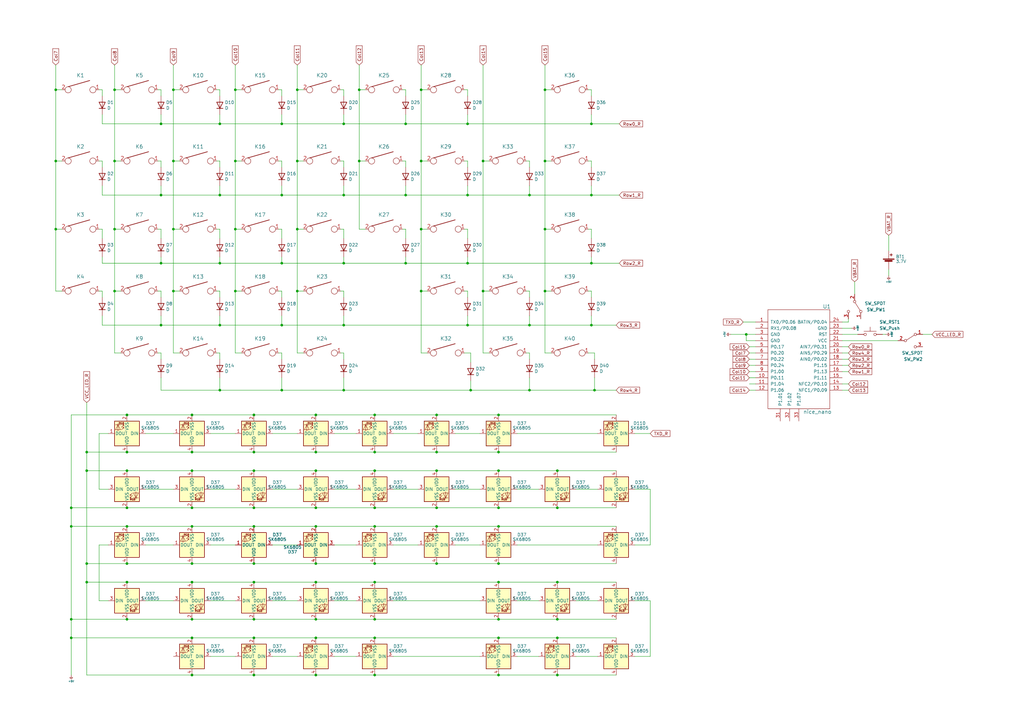
<source format=kicad_sch>
(kicad_sch (version 20230121) (generator eeschema)
  (paper "A3")
  (title_block (title "friendly_Split - Right") (date "2023-05-01") (rev "V1.0"))
  (junction (at 204.47 261.62))
  (junction (at 115.57 107.95))
  (junction (at 179.07 170.18))
  (junction (at 46.99 119.38))
  (junction (at 90.17 107.95))
  (junction (at 104.14 193.04))
  (junction (at 228.6 261.62))
  (junction (at 166.37 107.95))
  (junction (at 90.17 80.01))
  (junction (at 179.07 193.04))
  (junction (at 129.54 231.14))
  (junction (at 104.14 254))
  (junction (at 35.56 238.76))
  (junction (at 46.99 93.98))
  (junction (at 217.17 160.02))
  (junction (at 204.47 231.14))
  (junction (at 96.52 36.83))
  (junction (at 153.67 185.42))
  (junction (at 153.67 261.62))
  (junction (at 242.57 107.95))
  (junction (at 223.52 66.04))
  (junction (at 66.04 50.8))
  (junction (at 115.57 133.35))
  (junction (at 78.74 185.42))
  (junction (at 52.07 254))
  (junction (at 104.14 231.14))
  (junction (at 306.07 137.16))
  (junction (at 193.04 160.02))
  (junction (at 153.67 231.14))
  (junction (at 52.07 231.14))
  (junction (at 104.14 261.62))
  (junction (at 35.56 193.04))
  (junction (at 115.57 160.02))
  (junction (at 66.04 133.35))
  (junction (at 228.6 276.86))
  (junction (at 204.47 193.04))
  (junction (at 29.21 261.62))
  (junction (at 228.6 254))
  (junction (at 52.07 215.9))
  (junction (at 129.54 238.76))
  (junction (at 140.97 107.95))
  (junction (at 29.21 254))
  (junction (at 153.67 193.04))
  (junction (at 104.14 170.18))
  (junction (at 191.77 107.95))
  (junction (at 191.77 133.35))
  (junction (at 121.92 93.98))
  (junction (at 198.12 66.04))
  (junction (at 104.14 185.42))
  (junction (at 204.47 185.42))
  (junction (at 204.47 254))
  (junction (at 129.54 170.18))
  (junction (at 140.97 133.35))
  (junction (at 71.12 93.98))
  (junction (at 52.07 170.18))
  (junction (at 129.54 276.86))
  (junction (at 90.17 133.35))
  (junction (at 147.32 36.83))
  (junction (at 242.57 50.8))
  (junction (at 172.72 66.04))
  (junction (at 22.86 36.83))
  (junction (at 78.74 276.86))
  (junction (at 78.74 215.9))
  (junction (at 29.21 215.9))
  (junction (at 90.17 160.02))
  (junction (at 90.17 50.8))
  (junction (at 129.54 193.04))
  (junction (at 223.52 93.98))
  (junction (at 191.77 50.8))
  (junction (at 52.07 185.42))
  (junction (at 204.47 276.86))
  (junction (at 78.74 261.62))
  (junction (at 172.72 36.83))
  (junction (at 204.47 170.18))
  (junction (at 179.07 185.42))
  (junction (at 166.37 50.8))
  (junction (at 71.12 119.38))
  (junction (at 191.77 80.01))
  (junction (at 204.47 208.28))
  (junction (at 96.52 93.98))
  (junction (at 223.52 119.38))
  (junction (at 121.92 36.83))
  (junction (at 129.54 208.28))
  (junction (at 129.54 261.62))
  (junction (at 22.86 66.04))
  (junction (at 78.74 231.14))
  (junction (at 204.47 238.76))
  (junction (at 129.54 254))
  (junction (at 172.72 93.98))
  (junction (at 104.14 276.86))
  (junction (at 228.6 208.28))
  (junction (at 104.14 238.76))
  (junction (at 78.74 193.04))
  (junction (at 204.47 215.9))
  (junction (at 217.17 133.35))
  (junction (at 66.04 80.01))
  (junction (at 96.52 119.38))
  (junction (at 223.52 36.83))
  (junction (at 228.6 193.04))
  (junction (at 52.07 208.28))
  (junction (at 179.07 231.14))
  (junction (at 129.54 185.42))
  (junction (at 115.57 50.8))
  (junction (at 78.74 238.76))
  (junction (at 78.74 208.28))
  (junction (at 147.32 66.04))
  (junction (at 242.57 133.35))
  (junction (at 29.21 208.28))
  (junction (at 22.86 93.98))
  (junction (at 153.67 254))
  (junction (at 78.74 254))
  (junction (at 140.97 80.01))
  (junction (at 35.56 185.42))
  (junction (at 104.14 208.28))
  (junction (at 217.17 80.01))
  (junction (at 153.67 215.9))
  (junction (at 71.12 66.04))
  (junction (at 52.07 238.76))
  (junction (at 78.74 170.18))
  (junction (at 46.99 66.04))
  (junction (at 153.67 276.86))
  (junction (at 140.97 50.8))
  (junction (at 71.12 36.83))
  (junction (at 166.37 80.01))
  (junction (at 121.92 119.38))
  (junction (at 153.67 238.76))
  (junction (at 129.54 215.9))
  (junction (at 243.84 160.02))
  (junction (at 66.04 107.95))
  (junction (at 179.07 215.9))
  (junction (at 228.6 238.76))
  (junction (at 35.56 231.14))
  (junction (at 96.52 66.04))
  (junction (at 121.92 66.04))
  (junction (at 115.57 80.01))
  (junction (at 179.07 208.28))
  (junction (at 198.12 119.38))
  (junction (at 52.07 193.04))
  (junction (at 140.97 160.02))
  (junction (at 46.99 36.83))
  (junction (at 172.72 119.38))
  (junction (at 242.57 80.01))
  (junction (at 153.67 208.28))
  (junction (at 104.14 215.9))
  (junction (at 153.67 170.18))
  (wire (pts (xy 41.91 50.8) (xy 41.91 46.99)))
  (wire (pts (xy 236.22 269.24) (xy 245.11 269.24)))
  (wire (pts (xy 40.64 66.04) (xy 41.91 66.04)))
  (wire (pts (xy 35.56 231.14) (xy 35.56 238.76)))
  (wire (pts (xy 88.9 119.38) (xy 90.17 119.38)))
  (wire (pts (xy 88.9 144.78) (xy 90.17 144.78)))
  (wire (pts (xy 59.69 200.66) (xy 71.12 200.66)))
  (wire (pts (xy 179.07 193.04) (xy 204.47 193.04)))
  (wire (pts (xy 228.6 276.86) (xy 252.73 276.86)))
  (wire (pts (xy 40.64 93.98) (xy 41.91 93.98)))
  (wire (pts (xy 345.44 149.86) (xy 347.98 149.86)))
  (wire (pts (xy 179.07 170.18) (xy 204.47 170.18)))
  (wire (pts (xy 165.1 66.04) (xy 166.37 66.04)))
  (wire (pts (xy 161.29 269.24) (xy 196.85 269.24)))
  (wire (pts (xy 228.6 193.04) (xy 252.73 193.04)))
  (wire (pts (xy 172.72 66.04) (xy 175.26 66.04)))
  (wire (pts (xy 242.57 46.99) (xy 242.57 50.8)))
  (wire (pts (xy 172.72 36.83) (xy 172.72 66.04)))
  (wire (pts (xy 29.21 254) (xy 29.21 261.62)))
  (wire (pts (xy 41.91 133.35) (xy 41.91 129.54)))
  (wire (pts (xy 104.14 238.76) (xy 129.54 238.76)))
  (wire (pts (xy 147.32 36.83) (xy 147.32 66.04)))
  (wire (pts (xy 140.97 160.02) (xy 193.04 160.02)))
  (wire (pts (xy 114.3 144.78) (xy 115.57 144.78)))
  (wire (pts (xy 217.17 133.35) (xy 242.57 133.35)))
  (wire (pts (xy 153.67 193.04) (xy 179.07 193.04)))
  (wire (pts (xy 121.92 119.38) (xy 121.92 144.78)))
  (wire (pts (xy 66.04 107.95) (xy 41.91 107.95)))
  (wire (pts (xy 212.09 269.24) (xy 220.98 269.24)))
  (wire (pts (xy 66.04 80.01) (xy 41.91 80.01)))
  (wire (pts (xy 307.34 160.02) (xy 309.88 160.02)))
  (wire (pts (xy 140.97 66.04) (xy 140.97 68.58)))
  (wire (pts (xy 66.04 129.54) (xy 66.04 133.35)))
  (wire (pts (xy 153.67 276.86) (xy 204.47 276.86)))
  (wire (pts (xy 35.56 185.42) (xy 52.07 185.42)))
  (wire (pts (xy 260.35 223.52) (xy 266.7 223.52)))
  (wire (pts (xy 52.07 254) (xy 78.74 254)))
  (wire (pts (xy 90.17 105.41) (xy 90.17 107.95)))
  (wire (pts (xy 71.12 26.67) (xy 71.12 36.83)))
  (wire (pts (xy 121.92 26.67) (xy 121.92 36.83)))
  (wire (pts (xy 217.17 119.38) (xy 217.17 121.92)))
  (wire (pts (xy 304.8 132.08) (xy 309.88 132.08)))
  (wire (pts (xy 307.34 154.94) (xy 309.88 154.94)))
  (wire (pts (xy 161.29 223.52) (xy 171.45 223.52)))
  (wire (pts (xy 52.07 193.04) (xy 78.74 193.04)))
  (wire (pts (xy 104.14 185.42) (xy 129.54 185.42)))
  (wire (pts (xy 86.36 223.52) (xy 96.52 223.52)))
  (wire (pts (xy 35.56 193.04) (xy 52.07 193.04)))
  (wire (pts (xy 345.44 137.16) (xy 351.79 137.16)))
  (wire (pts (xy 307.34 149.86) (xy 309.88 149.86)))
  (wire (pts (xy 241.3 93.98) (xy 242.57 93.98)))
  (wire (pts (xy 191.77 50.8) (xy 166.37 50.8)))
  (wire (pts (xy 66.04 50.8) (xy 41.91 50.8)))
  (wire (pts (xy 78.74 276.86) (xy 104.14 276.86)))
  (wire (pts (xy 147.32 36.83) (xy 149.86 36.83)))
  (wire (pts (xy 217.17 80.01) (xy 191.77 80.01)))
  (wire (pts (xy 345.44 157.48) (xy 347.98 157.48)))
  (wire (pts (xy 140.97 76.2) (xy 140.97 80.01)))
  (wire (pts (xy 78.74 215.9) (xy 104.14 215.9)))
  (wire (pts (xy 241.3 36.83) (xy 242.57 36.83)))
  (wire (pts (xy 198.12 119.38) (xy 198.12 144.78)))
  (wire (pts (xy 46.99 119.38) (xy 49.53 119.38)))
  (wire (pts (xy 242.57 76.2) (xy 242.57 80.01)))
  (wire (pts (xy 140.97 129.54) (xy 140.97 133.35)))
  (wire (pts (xy 115.57 107.95) (xy 90.17 107.95)))
  (wire (pts (xy 29.21 208.28) (xy 52.07 208.28)))
  (wire (pts (xy 165.1 93.98) (xy 166.37 93.98)))
  (wire (pts (xy 139.7 93.98) (xy 140.97 93.98)))
  (wire (pts (xy 86.36 177.8) (xy 96.52 177.8)))
  (wire (pts (xy 140.97 144.78) (xy 140.97 147.32)))
  (wire (pts (xy 204.47 231.14) (xy 252.73 231.14)))
  (wire (pts (xy 35.56 238.76) (xy 52.07 238.76)))
  (wire (pts (xy 204.47 276.86) (xy 228.6 276.86)))
  (wire (pts (xy 243.84 154.94) (xy 243.84 160.02)))
  (wire (pts (xy 115.57 129.54) (xy 115.57 133.35)))
  (wire (pts (xy 35.56 231.14) (xy 52.07 231.14)))
  (wire (pts (xy 217.17 76.2) (xy 217.17 80.01)))
  (wire (pts (xy 35.56 193.04) (xy 35.56 231.14)))
  (wire (pts (xy 90.17 119.38) (xy 90.17 121.92)))
  (wire (pts (xy 71.12 66.04) (xy 73.66 66.04)))
  (wire (pts (xy 114.3 36.83) (xy 115.57 36.83)))
  (wire (pts (xy 140.97 46.99) (xy 140.97 50.8)))
  (wire (pts (xy 166.37 46.99) (xy 166.37 50.8)))
  (wire (pts (xy 223.52 36.83) (xy 226.06 36.83)))
  (wire (pts (xy 153.67 261.62) (xy 204.47 261.62)))
  (wire (pts (xy 66.04 36.83) (xy 66.04 39.37)))
  (wire (pts (xy 193.04 160.02) (xy 217.17 160.02)))
  (wire (pts (xy 345.44 152.4) (xy 347.98 152.4)))
  (wire (pts (xy 140.97 154.94) (xy 140.97 160.02)))
  (wire (pts (xy 22.86 66.04) (xy 25.4 66.04)))
  (wire (pts (xy 139.7 119.38) (xy 140.97 119.38)))
  (wire (pts (xy 137.16 200.66) (xy 146.05 200.66)))
  (wire (pts (xy 90.17 46.99) (xy 90.17 50.8)))
  (wire (pts (xy 165.1 36.83) (xy 166.37 36.83)))
  (wire (pts (xy 347.98 130.81) (xy 347.98 132.08)))
  (wire (pts (xy 166.37 50.8) (xy 140.97 50.8)))
  (wire (pts (xy 198.12 26.67) (xy 198.12 66.04)))
  (wire (pts (xy 96.52 66.04) (xy 99.06 66.04)))
  (wire (pts (xy 140.97 107.95) (xy 115.57 107.95)))
  (wire (pts (xy 242.57 66.04) (xy 242.57 68.58)))
  (wire (pts (xy 121.92 144.78) (xy 124.46 144.78)))
  (wire (pts (xy 104.14 215.9) (xy 129.54 215.9)))
  (wire (pts (xy 96.52 119.38) (xy 99.06 119.38)))
  (wire (pts (xy 41.91 36.83) (xy 41.91 39.37)))
  (wire (pts (xy 204.47 238.76) (xy 228.6 238.76)))
  (wire (pts (xy 66.04 105.41) (xy 66.04 107.95)))
  (wire (pts (xy 228.6 261.62) (xy 252.73 261.62)))
  (wire (pts (xy 172.72 93.98) (xy 172.72 119.38)))
  (wire (pts (xy 172.72 119.38) (xy 175.26 119.38)))
  (wire (pts (xy 172.72 93.98) (xy 175.26 93.98)))
  (wire (pts (xy 121.92 119.38) (xy 124.46 119.38)))
  (wire (pts (xy 46.99 36.83) (xy 46.99 66.04)))
  (wire (pts (xy 242.57 105.41) (xy 242.57 107.95)))
  (wire (pts (xy 88.9 66.04) (xy 90.17 66.04)))
  (wire (pts (xy 140.97 36.83) (xy 140.97 39.37)))
  (wire (pts (xy 242.57 107.95) (xy 191.77 107.95)))
  (wire (pts (xy 217.17 160.02) (xy 243.84 160.02)))
  (wire (pts (xy 217.17 66.04) (xy 217.17 68.58)))
  (wire (pts (xy 64.77 144.78) (xy 66.04 144.78)))
  (wire (pts (xy 66.04 119.38) (xy 66.04 121.92)))
  (wire (pts (xy 66.04 76.2) (xy 66.04 80.01)))
  (wire (pts (xy 223.52 26.67) (xy 223.52 36.83)))
  (wire (pts (xy 121.92 93.98) (xy 124.46 93.98)))
  (wire (pts (xy 46.99 66.04) (xy 46.99 93.98)))
  (wire (pts (xy 266.7 200.66) (xy 260.35 200.66)))
  (wire (pts (xy 139.7 144.78) (xy 140.97 144.78)))
  (wire (pts (xy 266.7 246.38) (xy 260.35 246.38)))
  (wire (pts (xy 41.91 105.41) (xy 41.91 107.95)))
  (wire (pts (xy 140.97 50.8) (xy 115.57 50.8)))
  (wire (pts (xy 111.76 246.38) (xy 121.92 246.38)))
  (wire (pts (xy 90.17 76.2) (xy 90.17 80.01)))
  (wire (pts (xy 90.17 36.83) (xy 90.17 39.37)))
  (wire (pts (xy 104.14 261.62) (xy 129.54 261.62)))
  (wire (pts (xy 129.54 185.42) (xy 153.67 185.42)))
  (wire (pts (xy 186.69 200.66) (xy 196.85 200.66)))
  (wire (pts (xy 242.57 50.8) (xy 191.77 50.8)))
  (wire (pts (xy 115.57 80.01) (xy 90.17 80.01)))
  (wire (pts (xy 204.47 254) (xy 228.6 254)))
  (wire (pts (xy 137.16 223.52) (xy 146.05 223.52)))
  (wire (pts (xy 96.52 26.67) (xy 96.52 36.83)))
  (wire (pts (xy 217.17 129.54) (xy 217.17 133.35)))
  (wire (pts (xy 115.57 36.83) (xy 115.57 39.37)))
  (wire (pts (xy 90.17 133.35) (xy 66.04 133.35)))
  (wire (pts (xy 22.86 119.38) (xy 25.4 119.38)))
  (wire (pts (xy 78.74 231.14) (xy 104.14 231.14)))
  (wire (pts (xy 96.52 66.04) (xy 96.52 93.98)))
  (wire (pts (xy 129.54 231.14) (xy 153.67 231.14)))
  (wire (pts (xy 215.9 144.78) (xy 217.17 144.78)))
  (wire (pts (xy 179.07 215.9) (xy 204.47 215.9)))
  (wire (pts (xy 307.34 142.24) (xy 309.88 142.24)))
  (wire (pts (xy 86.36 246.38) (xy 96.52 246.38)))
  (wire (pts (xy 345.44 160.02) (xy 347.98 160.02)))
  (wire (pts (xy 242.57 119.38) (xy 242.57 121.92)))
  (wire (pts (xy 96.52 36.83) (xy 99.06 36.83)))
  (wire (pts (xy 115.57 46.99) (xy 115.57 50.8)))
  (wire (pts (xy 41.91 66.04) (xy 41.91 68.58)))
  (wire (pts (xy 64.77 119.38) (xy 66.04 119.38)))
  (wire (pts (xy 121.92 66.04) (xy 121.92 93.98)))
  (wire (pts (xy 90.17 50.8) (xy 66.04 50.8)))
  (wire (pts (xy 29.21 261.62) (xy 29.21 276.86)))
  (wire (pts (xy 35.56 276.86) (xy 78.74 276.86)))
  (wire (pts (xy 378.46 137.16) (xy 382.27 137.16)))
  (wire (pts (xy 41.91 119.38) (xy 41.91 121.92)))
  (wire (pts (xy 191.77 107.95) (xy 166.37 107.95)))
  (wire (pts (xy 121.92 36.83) (xy 124.46 36.83)))
  (wire (pts (xy 217.17 144.78) (xy 217.17 147.32)))
  (wire (pts (xy 52.07 185.42) (xy 78.74 185.42)))
  (wire (pts (xy 121.92 93.98) (xy 121.92 119.38)))
  (wire (pts (xy 190.5 119.38) (xy 191.77 119.38)))
  (wire (pts (xy 172.72 26.67) (xy 172.72 36.83)))
  (wire (pts (xy 71.12 93.98) (xy 71.12 119.38)))
  (wire (pts (xy 78.74 261.62) (xy 104.14 261.62)))
  (wire (pts (xy 161.29 246.38) (xy 196.85 246.38)))
  (wire (pts (xy 191.77 36.83) (xy 191.77 39.37)))
  (wire (pts (xy 179.07 231.14) (xy 204.47 231.14)))
  (wire (pts (xy 111.76 200.66) (xy 121.92 200.66)))
  (wire (pts (xy 186.69 177.8) (xy 196.85 177.8)))
  (wire (pts (xy 22.86 26.67) (xy 22.86 36.83)))
  (wire (pts (xy 90.17 93.98) (xy 90.17 97.79)))
  (wire (pts (xy 204.47 170.18) (xy 252.73 170.18)))
  (wire (pts (xy 166.37 105.41) (xy 166.37 107.95)))
  (wire (pts (xy 186.69 223.52) (xy 196.85 223.52)))
  (wire (pts (xy 40.64 36.83) (xy 41.91 36.83)))
  (wire (pts (xy 52.07 170.18) (xy 78.74 170.18)))
  (wire (pts (xy 59.69 177.8) (xy 71.12 177.8)))
  (wire (pts (xy 44.45 177.8) (xy 40.64 177.8)))
  (wire (pts (xy 204.47 185.42) (xy 252.73 185.42)))
  (wire (pts (xy 90.17 66.04) (xy 90.17 68.58)))
  (wire (pts (xy 64.77 36.83) (xy 66.04 36.83)))
  (wire (pts (xy 228.6 208.28) (xy 252.73 208.28)))
  (wire (pts (xy 190.5 66.04) (xy 191.77 66.04)))
  (wire (pts (xy 361.95 137.16) (xy 363.22 137.16)))
  (wire (pts (xy 114.3 93.98) (xy 115.57 93.98)))
  (wire (pts (xy 40.64 223.52) (xy 44.45 223.52)))
  (wire (pts (xy 52.07 238.76) (xy 78.74 238.76)))
  (wire (pts (xy 345.44 142.24) (xy 347.98 142.24)))
  (wire (pts (xy 223.52 36.83) (xy 223.52 66.04)))
  (wire (pts (xy 147.32 93.98) (xy 149.86 93.98)))
  (wire (pts (xy 223.52 119.38) (xy 223.52 144.78)))
  (wire (pts (xy 78.74 193.04) (xy 104.14 193.04)))
  (wire (pts (xy 111.76 269.24) (xy 121.92 269.24)))
  (wire (pts (xy 166.37 36.83) (xy 166.37 39.37)))
  (wire (pts (xy 90.17 160.02) (xy 66.04 160.02)))
  (wire (pts (xy 115.57 160.02) (xy 140.97 160.02)))
  (wire (pts (xy 71.12 66.04) (xy 71.12 93.98)))
  (wire (pts (xy 347.98 132.08) (xy 345.44 132.08)))
  (wire (pts (xy 228.6 238.76) (xy 252.73 238.76)))
  (wire (pts (xy 129.54 170.18) (xy 153.67 170.18)))
  (wire (pts (xy 115.57 50.8) (xy 90.17 50.8)))
  (wire (pts (xy 147.32 66.04) (xy 147.32 93.98)))
  (wire (pts (xy 217.17 66.04) (xy 215.9 66.04)))
  (wire (pts (xy 309.88 139.7) (xy 306.07 139.7)))
  (wire (pts (xy 41.91 80.01) (xy 41.91 76.2)))
  (wire (pts (xy 191.77 119.38) (xy 191.77 121.92)))
  (wire (pts (xy 115.57 133.35) (xy 140.97 133.35)))
  (wire (pts (xy 254 50.8) (xy 242.57 50.8)))
  (wire (pts (xy 78.74 185.42) (xy 104.14 185.42)))
  (wire (pts (xy 212.09 246.38) (xy 220.98 246.38)))
  (wire (pts (xy 364.49 110.49) (xy 364.49 113.03)))
  (wire (pts (xy 228.6 254) (xy 252.73 254)))
  (wire (pts (xy 172.72 66.04) (xy 172.72 93.98)))
  (wire (pts (xy 223.52 119.38) (xy 226.06 119.38)))
  (wire (pts (xy 307.34 157.48) (xy 309.88 157.48)))
  (wire (pts (xy 254 80.01) (xy 242.57 80.01)))
  (wire (pts (xy 88.9 36.83) (xy 90.17 36.83)))
  (wire (pts (xy 90.17 80.01) (xy 66.04 80.01)))
  (wire (pts (xy 190.5 144.78) (xy 193.04 144.78)))
  (wire (pts (xy 198.12 119.38) (xy 200.66 119.38)))
  (wire (pts (xy 115.57 105.41) (xy 115.57 107.95)))
  (wire (pts (xy 66.04 66.04) (xy 66.04 68.58)))
  (wire (pts (xy 90.17 154.94) (xy 90.17 160.02)))
  (wire (pts (xy 129.54 208.28) (xy 153.67 208.28)))
  (wire (pts (xy 66.04 144.78) (xy 66.04 147.32)))
  (wire (pts (xy 104.14 170.18) (xy 129.54 170.18)))
  (wire (pts (xy 212.09 177.8) (xy 245.11 177.8)))
  (wire (pts (xy 236.22 200.66) (xy 245.11 200.66)))
  (wire (pts (xy 52.07 208.28) (xy 78.74 208.28)))
  (wire (pts (xy 191.77 46.99) (xy 191.77 50.8)))
  (wire (pts (xy 172.72 36.83) (xy 175.26 36.83)))
  (wire (pts (xy 260.35 177.8) (xy 266.7 177.8)))
  (wire (pts (xy 64.77 66.04) (xy 66.04 66.04)))
  (wire (pts (xy 212.09 223.52) (xy 245.11 223.52)))
  (wire (pts (xy 147.32 66.04) (xy 149.86 66.04)))
  (wire (pts (xy 140.97 119.38) (xy 140.97 121.92)))
  (wire (pts (xy 78.74 254) (xy 104.14 254)))
  (wire (pts (xy 345.44 144.78) (xy 347.98 144.78)))
  (wire (pts (xy 71.12 144.78) (xy 73.66 144.78)))
  (wire (pts (xy 46.99 93.98) (xy 49.53 93.98)))
  (wire (pts (xy 111.76 223.52) (xy 121.92 223.52)))
  (wire (pts (xy 254 107.95) (xy 242.57 107.95)))
  (wire (pts (xy 129.54 193.04) (xy 153.67 193.04)))
  (wire (pts (xy 22.86 93.98) (xy 25.4 93.98)))
  (wire (pts (xy 71.12 36.83) (xy 73.66 36.83)))
  (wire (pts (xy 78.74 170.18) (xy 104.14 170.18)))
  (wire (pts (xy 115.57 154.94) (xy 115.57 160.02)))
  (wire (pts (xy 204.47 193.04) (xy 228.6 193.04)))
  (wire (pts (xy 46.99 26.67) (xy 46.99 36.83)))
  (wire (pts (xy 241.3 66.04) (xy 242.57 66.04)))
  (wire (pts (xy 345.44 134.62) (xy 349.25 134.62)))
  (wire (pts (xy 90.17 107.95) (xy 66.04 107.95)))
  (wire (pts (xy 52.07 231.14) (xy 78.74 231.14)))
  (wire (pts (xy 40.64 223.52) (xy 40.64 246.38)))
  (wire (pts (xy 161.29 177.8) (xy 171.45 177.8)))
  (wire (pts (xy 306.07 137.16) (xy 299.72 137.16)))
  (wire (pts (xy 90.17 129.54) (xy 90.17 133.35)))
  (wire (pts (xy 241.3 144.78) (xy 243.84 144.78)))
  (wire (pts (xy 115.57 160.02) (xy 90.17 160.02)))
  (wire (pts (xy 40.64 200.66) (xy 44.45 200.66)))
  (wire (pts (xy 35.56 165.1) (xy 35.56 185.42)))
  (wire (pts (xy 309.88 137.16) (xy 306.07 137.16)))
  (wire (pts (xy 104.14 208.28) (xy 129.54 208.28)))
  (wire (pts (xy 153.67 185.42) (xy 179.07 185.42)))
  (wire (pts (xy 266.7 246.38) (xy 266.7 269.24)))
  (wire (pts (xy 129.54 254) (xy 153.67 254)))
  (wire (pts (xy 139.7 66.04) (xy 140.97 66.04)))
  (wire (pts (xy 96.52 36.83) (xy 96.52 66.04)))
  (wire (pts (xy 236.22 246.38) (xy 245.11 246.38)))
  (wire (pts (xy 129.54 238.76) (xy 153.67 238.76)))
  (wire (pts (xy 166.37 66.04) (xy 166.37 68.58)))
  (wire (pts (xy 191.77 76.2) (xy 191.77 80.01)))
  (wire (pts (xy 129.54 261.62) (xy 153.67 261.62)))
  (wire (pts (xy 46.99 119.38) (xy 46.99 144.78)))
  (wire (pts (xy 193.04 156.21) (xy 193.04 160.02)))
  (wire (pts (xy 307.34 152.4) (xy 309.88 152.4)))
  (wire (pts (xy 166.37 93.98) (xy 166.37 97.79)))
  (wire (pts (xy 266.7 200.66) (xy 266.7 223.52)))
  (wire (pts (xy 71.12 93.98) (xy 73.66 93.98)))
  (wire (pts (xy 161.29 200.66) (xy 171.45 200.66)))
  (wire (pts (xy 217.17 154.94) (xy 217.17 160.02)))
  (wire (pts (xy 243.84 160.02) (xy 252.73 160.02)))
  (wire (pts (xy 86.36 200.66) (xy 96.52 200.66)))
  (wire (pts (xy 137.16 177.8) (xy 146.05 177.8)))
  (wire (pts (xy 124.46 66.04) (xy 121.92 66.04)))
  (wire (pts (xy 66.04 154.94) (xy 66.04 160.02)))
  (wire (pts (xy 153.67 170.18) (xy 179.07 170.18)))
  (wire (pts (xy 140.97 80.01) (xy 115.57 80.01)))
  (wire (pts (xy 46.99 66.04) (xy 49.53 66.04)))
  (wire (pts (xy 198.12 66.04) (xy 198.12 119.38)))
  (wire (pts (xy 242.57 129.54) (xy 242.57 133.35)))
  (wire (pts (xy 40.64 246.38) (xy 44.45 246.38)))
  (wire (pts (xy 137.16 246.38) (xy 146.05 246.38)))
  (wire (pts (xy 115.57 119.38) (xy 115.57 121.92)))
  (wire (pts (xy 46.99 144.78) (xy 49.53 144.78)))
  (wire (pts (xy 242.57 80.01) (xy 217.17 80.01)))
  (wire (pts (xy 223.52 66.04) (xy 226.06 66.04)))
  (wire (pts (xy 29.21 170.18) (xy 29.21 208.28)))
  (wire (pts (xy 29.21 254) (xy 52.07 254)))
  (wire (pts (xy 52.07 215.9) (xy 78.74 215.9)))
  (wire (pts (xy 307.34 144.78) (xy 309.88 144.78)))
  (wire (pts (xy 129.54 276.86) (xy 153.67 276.86)))
  (wire (pts (xy 223.52 66.04) (xy 223.52 93.98)))
  (wire (pts (xy 90.17 133.35) (xy 115.57 133.35)))
  (wire (pts (xy 88.9 93.98) (xy 90.17 93.98)))
  (wire (pts (xy 104.14 193.04) (xy 129.54 193.04)))
  (wire (pts (xy 140.97 133.35) (xy 191.77 133.35)))
  (wire (pts (xy 223.52 93.98) (xy 226.06 93.98)))
  (wire (pts (xy 307.34 147.32) (xy 309.88 147.32)))
  (wire (pts (xy 191.77 105.41) (xy 191.77 107.95)))
  (wire (pts (xy 66.04 46.99) (xy 66.04 50.8)))
  (wire (pts (xy 29.21 215.9) (xy 52.07 215.9)))
  (wire (pts (xy 66.04 133.35) (xy 41.91 133.35)))
  (wire (pts (xy 114.3 119.38) (xy 115.57 119.38)))
  (wire (pts (xy 90.17 144.78) (xy 90.17 147.32)))
  (wire (pts (xy 46.99 36.83) (xy 49.53 36.83)))
  (wire (pts (xy 115.57 93.98) (xy 115.57 97.79)))
  (wire (pts (xy 78.74 208.28) (xy 104.14 208.28)))
  (wire (pts (xy 345.44 139.7) (xy 368.3 139.7)))
  (wire (pts (xy 137.16 269.24) (xy 146.05 269.24)))
  (wire (pts (xy 40.64 177.8) (xy 40.64 200.66)))
  (wire (pts (xy 204.47 215.9) (xy 252.73 215.9)))
  (wire (pts (xy 96.52 144.78) (xy 99.06 144.78)))
  (wire (pts (xy 139.7 36.83) (xy 140.97 36.83)))
  (wire (pts (xy 71.12 36.83) (xy 71.12 66.04)))
  (wire (pts (xy 29.21 261.62) (xy 78.74 261.62)))
  (wire (pts (xy 40.64 119.38) (xy 41.91 119.38)))
  (wire (pts (xy 140.97 105.41) (xy 140.97 107.95)))
  (wire (pts (xy 204.47 261.62) (xy 228.6 261.62)))
  (wire (pts (xy 121.92 36.83) (xy 121.92 66.04)))
  (wire (pts (xy 29.21 208.28) (xy 29.21 215.9)))
  (wire (pts (xy 153.67 254) (xy 204.47 254)))
  (wire (pts (xy 241.3 119.38) (xy 242.57 119.38)))
  (wire (pts (xy 179.07 185.42) (xy 204.47 185.42)))
  (wire (pts (xy 166.37 80.01) (xy 140.97 80.01)))
  (wire (pts (xy 242.57 36.83) (xy 242.57 39.37)))
  (wire (pts (xy 172.72 144.78) (xy 175.26 144.78)))
  (wire (pts (xy 96.52 93.98) (xy 99.06 93.98)))
  (wire (pts (xy 22.86 93.98) (xy 22.86 119.38)))
  (wire (pts (xy 104.14 231.14) (xy 129.54 231.14)))
  (wire (pts (xy 306.07 139.7) (xy 306.07 137.16)))
  (wire (pts (xy 198.12 66.04) (xy 200.66 66.04)))
  (wire (pts (xy 350.52 115.57) (xy 350.52 120.65)))
  (wire (pts (xy 223.52 93.98) (xy 223.52 119.38)))
  (wire (pts (xy 147.32 26.67) (xy 147.32 36.83)))
  (wire (pts (xy 193.04 144.78) (xy 193.04 148.59)))
  (wire (pts (xy 266.7 269.24) (xy 260.35 269.24)))
  (wire (pts (xy 223.52 144.78) (xy 226.06 144.78)))
  (wire (pts (xy 212.09 200.66) (xy 220.98 200.66)))
  (wire (pts (xy 78.74 238.76) (xy 104.14 238.76)))
  (wire (pts (xy 96.52 93.98) (xy 96.52 119.38)))
  (wire (pts (xy 140.97 93.98) (xy 140.97 97.79)))
  (wire (pts (xy 115.57 66.04) (xy 115.57 68.58)))
  (wire (pts (xy 22.86 36.83) (xy 25.4 36.83)))
  (wire (pts (xy 41.91 93.98) (xy 41.91 97.79)))
  (wire (pts (xy 191.77 93.98) (xy 191.77 97.79)))
  (wire (pts (xy 64.77 93.98) (xy 66.04 93.98)))
  (wire (pts (xy 153.67 215.9) (xy 179.07 215.9)))
  (wire (pts (xy 153.67 208.28) (xy 179.07 208.28)))
  (wire (pts (xy 71.12 119.38) (xy 71.12 144.78)))
  (wire (pts (xy 191.77 129.54) (xy 191.77 133.35)))
  (wire (pts (xy 345.44 147.32) (xy 347.98 147.32)))
  (wire (pts (xy 166.37 107.95) (xy 140.97 107.95)))
  (wire (pts (xy 179.07 208.28) (xy 204.47 208.28)))
  (wire (pts (xy 115.57 76.2) (xy 115.57 80.01)))
  (wire (pts (xy 204.47 208.28) (xy 228.6 208.28)))
  (wire (pts (xy 364.49 96.52) (xy 364.49 102.87)))
  (wire (pts (xy 59.69 223.52) (xy 71.12 223.52)))
  (wire (pts (xy 96.52 119.38) (xy 96.52 144.78)))
  (wire (pts (xy 198.12 144.78) (xy 200.66 144.78)))
  (wire (pts (xy 104.14 254) (xy 129.54 254)))
  (wire (pts (xy 59.69 246.38) (xy 71.12 246.38)))
  (wire (pts (xy 66.04 93.98) (xy 66.04 97.79)))
  (wire (pts (xy 172.72 119.38) (xy 172.72 144.78)))
  (wire (pts (xy 114.3 66.04) (xy 115.57 66.04)))
  (wire (pts (xy 46.99 93.98) (xy 46.99 119.38)))
  (wire (pts (xy 166.37 76.2) (xy 166.37 80.01)))
  (wire (pts (xy 115.57 144.78) (xy 115.57 147.32)))
  (wire (pts (xy 29.21 215.9) (xy 29.21 254)))
  (wire (pts (xy 242.57 133.35) (xy 252.73 133.35)))
  (wire (pts (xy 35.56 185.42) (xy 35.56 193.04)))
  (wire (pts (xy 22.86 66.04) (xy 22.86 93.98)))
  (wire (pts (xy 71.12 119.38) (xy 73.66 119.38)))
  (wire (pts (xy 191.77 80.01) (xy 166.37 80.01)))
  (wire (pts (xy 243.84 144.78) (xy 243.84 147.32)))
  (wire (pts (xy 86.36 269.24) (xy 96.52 269.24)))
  (wire (pts (xy 129.54 215.9) (xy 153.67 215.9)))
  (wire (pts (xy 242.57 93.98) (xy 242.57 97.79)))
  (wire (pts (xy 191.77 133.35) (xy 217.17 133.35)))
  (wire (pts (xy 191.77 66.04) (xy 191.77 68.58)))
  (wire (pts (xy 29.21 170.18) (xy 52.07 170.18)))
  (wire (pts (xy 190.5 36.83) (xy 191.77 36.83)))
  (wire (pts (xy 190.5 93.98) (xy 191.77 93.98)))
  (wire (pts (xy 22.86 36.83) (xy 22.86 66.04)))
  (wire (pts (xy 111.76 177.8) (xy 121.92 177.8)))
  (wire (pts (xy 153.67 238.76) (xy 204.47 238.76)))
  (wire (pts (xy 215.9 119.38) (xy 217.17 119.38)))
  (wire (pts (xy 104.14 276.86) (xy 129.54 276.86)))
  (wire (pts (xy 153.67 231.14) (xy 179.07 231.14)))
  (wire (pts (xy 35.56 238.76) (xy 35.56 276.86)))
  (global_label "VBAT_R" (shape input) (at 364.49 96.52 90) (property "Intersheetrefs" "${INTERSHEET_REFS}" (effects hide)))
  (global_label "Col8" (shape input) (at 307.34 147.32 180) (property "Intersheetrefs" "${INTERSHEET_REFS}" (effects hide)))
  (global_label "Col14" (shape input) (at 307.34 160.02 180) (property "Intersheetrefs" "${INTERSHEET_REFS}" (effects hide)))
  (global_label "Col10" (shape input) (at 96.52 26.67 90) (property "Intersheetrefs" "${INTERSHEET_REFS}" (effects hide)))
  (global_label "TXD_R" (shape input) (at 304.8 132.08 180) (property "Intersheetrefs" "${INTERSHEET_REFS}" (effects hide)))
  (global_label "Col13" (shape input) (at 172.72 26.67 90) (property "Intersheetrefs" "${INTERSHEET_REFS}" (effects hide)))
  (global_label "TXD_R" (shape input) (at 266.7 177.8 0) (property "Intersheetrefs" "${INTERSHEET_REFS}" (effects hide)))
  (global_label "Col9" (shape input) (at 71.12 26.67 90) (property "Intersheetrefs" "${INTERSHEET_REFS}" (effects hide)))
  (global_label "Col11" (shape input) (at 307.34 154.94 180) (property "Intersheetrefs" "${INTERSHEET_REFS}" (effects hide)))
  (global_label "VCC_LED_R" (shape input) (at 382.27 137.16 0) (property "Intersheetrefs" "${INTERSHEET_REFS}" (effects hide)))
  (global_label "Col12" (shape input) (at 147.32 26.67 90) (property "Intersheetrefs" "${INTERSHEET_REFS}" (effects hide)))
  (global_label "Row1_R" (shape input) (at 254 80.01 0) (property "Intersheetrefs" "${INTERSHEET_REFS}" (effects hide)))
  (global_label "Row1_R" (shape input) (at 347.98 152.4 0) (property "Intersheetrefs" "${INTERSHEET_REFS}" (effects hide)))
  (global_label "Row4_R" (shape input) (at 347.98 144.78 0) (property "Intersheetrefs" "${INTERSHEET_REFS}" (effects hide)))
  (global_label "Col12" (shape input) (at 347.98 157.48 0) (property "Intersheetrefs" "${INTERSHEET_REFS}" (effects hide)))
  (global_label "Col10" (shape input) (at 307.34 152.4 180) (property "Intersheetrefs" "${INTERSHEET_REFS}" (effects hide)))
  (global_label "Row2_R" (shape input) (at 254 107.95 0) (property "Intersheetrefs" "${INTERSHEET_REFS}" (effects hide)))
  (global_label "Row4_R" (shape input) (at 252.73 160.02 0) (property "Intersheetrefs" "${INTERSHEET_REFS}" (effects hide)))
  (global_label "Col15" (shape input) (at 307.34 142.24 180) (property "Intersheetrefs" "${INTERSHEET_REFS}" (effects hide)))
  (global_label "Col9" (shape input) (at 307.34 149.86 180) (property "Intersheetrefs" "${INTERSHEET_REFS}" (effects hide)))
  (global_label "Col11" (shape input) (at 121.92 26.67 90) (property "Intersheetrefs" "${INTERSHEET_REFS}" (effects hide)))
  (global_label "Row0_R" (shape input) (at 347.98 142.24 0) (property "Intersheetrefs" "${INTERSHEET_REFS}" (effects hide)))
  (global_label "Col13" (shape input) (at 347.98 160.02 0) (property "Intersheetrefs" "${INTERSHEET_REFS}" (effects hide)))
  (global_label "Col8" (shape input) (at 46.99 26.67 90) (property "Intersheetrefs" "${INTERSHEET_REFS}" (effects hide)))
  (global_label "Row2_R" (shape input) (at 347.98 149.86 0) (property "Intersheetrefs" "${INTERSHEET_REFS}" (effects hide)))
  (global_label "Row0_R" (shape input) (at 254 50.8 0) (property "Intersheetrefs" "${INTERSHEET_REFS}" (effects hide)))
  (global_label "Row3_R" (shape input) (at 252.73 133.35 0) (property "Intersheetrefs" "${INTERSHEET_REFS}" (effects hide)))
  (global_label "Col7" (shape input) (at 22.86 26.67 90) (property "Intersheetrefs" "${INTERSHEET_REFS}" (effects hide)))
  (global_label "VBAT_R" (shape input) (at 350.52 115.57 90) (property "Intersheetrefs" "${INTERSHEET_REFS}" (effects hide)))
  (global_label "Col7" (shape input) (at 307.34 144.78 180) (property "Intersheetrefs" "${INTERSHEET_REFS}" (effects hide)))
  (global_label "VCC_LED_R" (shape input) (at 35.56 165.1 90) (property "Intersheetrefs" "${INTERSHEET_REFS}" (effects hide)))
  (global_label "Row3_R" (shape input) (at 347.98 147.32 0) (property "Intersheetrefs" "${INTERSHEET_REFS}" (effects hide)))
  (global_label "Col15" (shape input) (at 223.52 26.67 90) (property "Intersheetrefs" "${INTERSHEET_REFS}" (effects hide)))
  (global_label "Col14" (shape input) (at 198.12 26.67 90) (property "Intersheetrefs" "${INTERSHEET_REFS}" (effects hide)))
  (symbol (lib_id "friendlySplit_left-rescue:KEYSW-keyboard_parts") (at 233.68 36.83 0) (unit 1)
    (property "Reference" "K36" (at 233.68 30.9118 0) (effects (font (size 1.524 1.524))))
    (property "Value" "KEYSW" (effects hide))
    (property "Footprint" "PCM_Switch_Keyboard_Kailh:SW_Kailh_Choc_V1V2_1.00u" (effects hide))
  )
  (symbol (lib_id "LED:SK6805") (at 252.73 223.52 180) (unit 1)
    (property "Reference" "D37" (at 262.3022 219.3161 0))
    (property "Value" "SK6805" (at 262.3022 221.2371 0))
    (property "Footprint" "LED_SMD:LED_SK6805_PLCC4_2.4x2.7mm_P1.3mm" (effects hide))
    (property "Datasheet" "https://cdn-shop.adafruit.com/product-files/3484/3484_Datasheet.pdf" (effects hide))
    (instances (project "friendlySplit" (path "" (reference "D37") (unit 1)) (path "" (reference "D127") (unit 1))))
  )
  (symbol (lib_id "Device:D") (at 115.57 125.73 90) (unit 1)
    (property "Reference" "D18" (at 117.602 124.5616 90) (effects (justify right)))
    (property "Value" "D" (at 117.602 126.873 90) (effects (justify right)))
    (property "Footprint" "Diode_SMD:D_SOD-123" (effects hide))
  )
  (symbol (lib_id "Switch:SW_Push") (at 356.87 137.16 0) (unit 1)
    (property "Reference" "SW_RST1" (at 360.68 132.08 0) (effects (justify left)))
    (property "Value" "SW_Push" (at 360.68 134.62 0) (effects (justify left)))
    (property "Footprint" "digikey-footprints:Switch_Tactile_SMD_B3U-1000P" (effects hide))
  )
  (symbol (lib_id "LED:SK6805") (at 104.14 200.66 0) (unit 1)
    (property "Reference" "D37" (at 113.7122 197.8279 0))
    (property "Value" "SK6805" (at 113.7122 199.7489 0))
    (property "Footprint" "LED_SMD:LED_SK6805_PLCC4_2.4x2.7mm_P1.3mm" (effects hide))
    (property "Datasheet" "https://cdn-shop.adafruit.com/product-files/3484/3484_Datasheet.pdf" (effects hide))
    (instances (project "friendlySplit" (path "" (reference "D37") (unit 1)) (path "" (reference "D113") (unit 1))))
  )
  (symbol (lib_id "LED:SK6805") (at 179.07 200.66 0) (unit 1)
    (property "Reference" "D37" (at 188.6422 197.8279 0))
    (property "Value" "SK6805" (at 188.6422 199.7489 0))
    (property "Footprint" "LED_SMD:LED_SK6805_PLCC4_2.4x2.7mm_P1.3mm" (effects hide))
    (property "Datasheet" "https://cdn-shop.adafruit.com/product-files/3484/3484_Datasheet.pdf" (effects hide))
    (instances (project "friendlySplit" (path "" (reference "D37") (unit 1)) (path "" (reference "D116") (unit 1))))
  )
  (symbol (lib_id "LED:SK6805") (at 153.67 246.38 0) (unit 1)
    (property "Reference" "D37" (at 163.2422 243.5479 0))
    (property "Value" "SK6805" (at 163.2422 245.4689 0))
    (property "Footprint" "LED_SMD:LED_SK6805_PLCC4_2.4x2.7mm_P1.3mm" (effects hide))
    (property "Datasheet" "https://cdn-shop.adafruit.com/product-files/3484/3484_Datasheet.pdf" (effects hide))
    (instances (project "friendlySplit" (path "" (reference "D37") (unit 1)) (path "" (reference "D132") (unit 1))))
  )
  (symbol (lib_id "friendlySplit_left-rescue:KEYSW-keyboard_parts") (at 233.68 93.98 0) (unit 1)
    (property "Reference" "K38" (at 233.68 88.0618 0) (effects (font (size 1.524 1.524))))
    (property "Value" "KEYSW" (effects hide))
    (property "Footprint" "PCM_Switch_Keyboard_Kailh:SW_Kailh_Choc_V1V2_1.00u" (effects hide))
  )
  (symbol (lib_id "friendlySplit_left-rescue:GND-keyboard_parts") (at 349.25 134.62 90) (unit 1)
    (property "Reference" "#PWR03" (effects hide))
    (property "Value" "GND" (at 351.79 134.62 0) (effects (font (size 0.762 0.762))))
  )
  (symbol (lib_id "LED:SK6805") (at 104.14 246.38 0) (unit 1)
    (property "Reference" "D37" (at 113.7122 243.5479 0))
    (property "Value" "SK6805" (at 113.7122 245.4689 0))
    (property "Footprint" "LED_SMD:LED_SK6805_PLCC4_2.4x2.7mm_P1.3mm" (effects hide))
    (property "Datasheet" "https://cdn-shop.adafruit.com/product-files/3484/3484_Datasheet.pdf" (effects hide))
    (instances (project "friendlySplit" (path "" (reference "D37") (unit 1)) (path "" (reference "D130") (unit 1))))
  )
  (symbol (lib_id "LED:SK6805") (at 252.73 200.66 0) (unit 1)
    (property "Reference" "D37" (at 262.3022 197.8279 0))
    (property "Value" "SK6805" (at 262.3022 199.7489 0))
    (property "Footprint" "LED_SMD:LED_SK6805_PLCC4_2.4x2.7mm_P1.3mm" (effects hide))
    (property "Datasheet" "https://cdn-shop.adafruit.com/product-files/3484/3484_Datasheet.pdf" (effects hide))
    (instances (project "friendlySplit" (path "" (reference "D37") (unit 1)) (path "" (reference "D119") (unit 1))))
  )
  (symbol (lib_id "friendlySplit_left-rescue:KEYSW-keyboard_parts") (at 33.02 93.98 0) (unit 1)
    (property "Reference" "K3" (at 33.02 88.0618 0) (effects (font (size 1.524 1.524))))
    (property "Value" "KEYSW" (effects hide))
    (property "Footprint" "PCM_Switch_Keyboard_Kailh:SW_Kailh_Choc_V1V2_1.00u" (effects hide))
  )
  (symbol (lib_id "friendlySplit_left-rescue:GND-keyboard_parts") (at 363.22 137.16 90) (unit 1)
    (property "Reference" "#PWR05" (effects hide))
    (property "Value" "GND" (at 365.76 137.16 0) (effects (font (size 0.762 0.762))))
  )
  (symbol (lib_id "LED:SK6805") (at 228.6 269.24 180) (unit 1)
    (property "Reference" "D37" (at 238.1722 265.0361 0))
    (property "Value" "SK6805" (at 238.1722 266.9571 0))
    (property "Footprint" "LED_SMD:LED_SK6805_PLCC4_2.4x2.7mm_P1.3mm" (effects hide))
    (property "Datasheet" "https://cdn-shop.adafruit.com/product-files/3484/3484_Datasheet.pdf" (effects hide))
    (instances (project "friendlySplit" (path "" (reference "D37") (unit 1)) (path "" (reference "D141") (unit 1))))
  )
  (symbol (lib_id "friendlySplit_left-rescue:KEYSW-keyboard_parts") (at 233.68 66.04 0) (unit 1)
    (property "Reference" "K37" (at 233.68 60.1218 0) (effects (font (size 1.524 1.524))))
    (property "Value" "KEYSW" (effects hide))
    (property "Footprint" "PCM_Switch_Keyboard_Kailh:SW_Kailh_Choc_V1V2_1.00u" (effects hide))
  )
  (symbol (lib_id "LED:SK6805") (at 153.67 200.66 0) (unit 1)
    (property "Reference" "D37" (at 163.2422 197.8279 0))
    (property "Value" "SK6805" (at 163.2422 199.7489 0))
    (property "Footprint" "LED_SMD:LED_SK6805_PLCC4_2.4x2.7mm_P1.3mm" (effects hide))
    (property "Datasheet" "https://cdn-shop.adafruit.com/product-files/3484/3484_Datasheet.pdf" (effects hide))
    (instances (project "friendlySplit" (path "" (reference "D37") (unit 1)) (path "" (reference "D115") (unit 1))))
  )
  (symbol (lib_id "Device:D") (at 140.97 72.39 90) (unit 1)
    (property "Reference" "D21" (at 143.002 71.2216 90) (effects (justify right)))
    (property "Value" "D" (at 143.002 73.533 90) (effects (justify right)))
    (property "Footprint" "Diode_SMD:D_SOD-123" (effects hide))
  )
  (symbol (lib_id "Device:D") (at 90.17 151.13 90) (unit 1)
    (property "Reference" "D14" (at 92.202 149.9616 90) (effects (justify right)))
    (property "Value" "D" (at 92.202 152.273 90) (effects (justify right)))
    (property "Footprint" "Diode_SMD:D_SOD-123" (effects hide))
  )
  (symbol (lib_id "LED:SK6805") (at 129.54 200.66 0) (unit 1)
    (property "Reference" "D37" (at 139.1122 197.8279 0))
    (property "Value" "SK6805" (at 139.1122 199.7489 0))
    (property "Footprint" "LED_SMD:LED_SK6805_PLCC4_2.4x2.7mm_P1.3mm" (effects hide))
    (property "Datasheet" "https://cdn-shop.adafruit.com/product-files/3484/3484_Datasheet.pdf" (effects hide))
    (instances (project "friendlySplit" (path "" (reference "D37") (unit 1)) (path "" (reference "D114") (unit 1))))
  )
  (symbol (lib_id "Device:D") (at 66.04 101.6 90) (unit 1)
    (property "Reference" "D7" (at 68.072 100.4316 90) (effects (justify right)))
    (property "Value" "D" (at 68.072 102.743 90) (effects (justify right)))
    (property "Footprint" "Diode_SMD:D_SOD-123" (effects hide))
  )
  (symbol (lib_id "Device:D") (at 115.57 72.39 90) (unit 1)
    (property "Reference" "D16" (at 117.602 71.2216 90) (effects (justify right)))
    (property "Value" "D" (at 117.602 73.533 90) (effects (justify right)))
    (property "Footprint" "Diode_SMD:D_SOD-123" (effects hide))
  )
  (symbol (lib_id "Device:Battery_Cell") (at 364.49 107.95 0) (unit 1)
    (property "Reference" "BT1" (at 367.411 105.2743 0) (effects (justify left)))
    (property "Value" "3.7V" (at 367.411 107.1953 0) (effects (justify left)))
    (property "Footprint" "Connector_JST:JST_PH_S2B-PH-K_1x02_P2.00mm_Horizontal" (effects hide))
  )
  (symbol (lib_id "LED:SK6805") (at 52.07 223.52 180) (unit 1)
    (property "Reference" "D37" (at 61.6422 219.3161 0))
    (property "Value" "SK6805" (at 61.6422 221.2371 0))
    (property "Footprint" "LED_SMD:LED_SK6805_PLCC4_2.4x2.7mm_P1.3mm" (effects hide))
    (property "Datasheet" "https://cdn-shop.adafruit.com/product-files/3484/3484_Datasheet.pdf" (effects hide))
    (instances (project "friendlySplit" (path "" (reference "D37") (unit 1)) (path "" (reference "D120") (unit 1))))
  )
  (symbol (lib_id "Device:D") (at 242.57 125.73 90) (unit 1)
    (property "Reference" "D39" (at 244.602 124.5616 90) (effects (justify right)))
    (property "Value" "D" (at 244.602 126.873 90) (effects (justify right)))
    (property "Footprint" "Diode_SMD:D_SOD-123" (effects hide))
  )
  (symbol (lib_id "friendlySplit_left-rescue:KEYSW-keyboard_parts") (at 233.68 119.38 0) (unit 1)
    (property "Reference" "K39" (at 233.68 113.4618 0) (effects (font (size 1.524 1.524))))
    (property "Value" "KEYSW" (effects hide))
    (property "Footprint" "PCM_Switch_Keyboard_Kailh:SW_Kailh_Choc_V1V2_1.00u" (effects hide))
  )
  (symbol (lib_id "Device:D") (at 217.17 72.39 90) (unit 1)
    (property "Reference" "D33" (at 219.202 71.2216 90) (effects (justify right)))
    (property "Value" "D" (at 219.202 73.533 90) (effects (justify right)))
    (property "Footprint" "Diode_SMD:D_SOD-123" (effects hide))
  )
  (symbol (lib_id "friendlySplit_left-rescue:KEYSW-keyboard_parts") (at 182.88 36.83 0) (unit 1)
    (property "Reference" "K28" (at 182.88 30.9118 0) (effects (font (size 1.524 1.524))))
    (property "Value" "KEYSW" (effects hide))
    (property "Footprint" "PCM_Switch_Keyboard_Kailh:SW_Kailh_Choc_V1V2_2.00u" (effects hide))
  )
  (symbol (lib_id "LED:SK6805") (at 204.47 177.8 180) (unit 1)
    (property "Reference" "D37" (at 214.0422 173.5961 0))
    (property "Value" "SK6805" (at 214.0422 175.5171 0))
    (property "Footprint" "LED_SMD:LED_SK6805_PLCC4_2.4x2.7mm_P1.3mm" (effects hide))
    (property "Datasheet" "https://cdn-shop.adafruit.com/product-files/3484/3484_Datasheet.pdf" (effects hide))
    (instances (project "friendlySplit" (path "" (reference "D37") (unit 1)) (path "" (reference "D109") (unit 1))))
  )
  (symbol (lib_id "Device:D") (at 191.77 43.18 90) (unit 1)
    (property "Reference" "D28" (at 193.802 42.0116 90) (effects (justify right)))
    (property "Value" "D" (at 193.802 44.323 90) (effects (justify right)))
    (property "Footprint" "Diode_SMD:D_SOD-123" (effects hide))
  )
  (symbol (lib_id "LED:SK6805") (at 179.07 223.52 180) (unit 1)
    (property "Reference" "D37" (at 188.6422 219.3161 0))
    (property "Value" "SK6805" (at 188.6422 221.2371 0))
    (property "Footprint" "LED_SMD:LED_SK6805_PLCC4_2.4x2.7mm_P1.3mm" (effects hide))
    (property "Datasheet" "https://cdn-shop.adafruit.com/product-files/3484/3484_Datasheet.pdf" (effects hide))
    (instances (project "friendlySplit" (path "" (reference "D37") (unit 1)) (path "" (reference "D125") (unit 1))))
  )
  (symbol (lib_id "friendlySplit_left-rescue:KEYSW-keyboard_parts") (at 208.28 144.78 0) (unit 1)
    (property "Reference" "K35" (at 208.28 138.8618 0) (effects (font (size 1.524 1.524))))
    (property "Value" "KEYSW" (effects hide))
    (property "Footprint" "PCM_Switch_Keyboard_Kailh:SW_Kailh_Choc_V1V2_1.00u" (effects hide))
  )
  (symbol (lib_id "Device:D") (at 115.57 43.18 90) (unit 1)
    (property "Reference" "D15" (at 117.602 42.0116 90) (effects (justify right)))
    (property "Value" "D" (at 117.602 44.323 90) (effects (justify right)))
    (property "Footprint" "Diode_SMD:D_SOD-123" (effects hide))
  )
  (symbol (lib_id "friendlySplit_left-rescue:GND-keyboard_parts") (at 29.21 276.86 0) (unit 1)
    (property "Reference" "#PWR01" (effects hide))
    (property "Value" "GND" (at 29.21 279.4 0) (effects (font (size 0.762 0.762))))
  )
  (symbol (lib_id "Device:D") (at 166.37 101.6 90) (unit 1)
    (property "Reference" "D27" (at 168.402 100.4316 90) (effects (justify right)))
    (property "Value" "D" (at 168.402 102.743 90) (effects (justify right)))
    (property "Footprint" "Diode_SMD:D_SOD-123" (effects hide))
  )
  (symbol (lib_id "LED:SK6805") (at 52.07 200.66 0) (unit 1)
    (property "Reference" "D37" (at 61.6422 197.8279 0))
    (property "Value" "SK6805" (at 61.6422 199.7489 0))
    (property "Footprint" "LED_SMD:LED_SK6805_PLCC4_2.4x2.7mm_P1.3mm" (effects hide))
    (property "Datasheet" "https://cdn-shop.adafruit.com/product-files/3484/3484_Datasheet.pdf" (effects hide))
    (instances (project "friendlySplit" (path "" (reference "D37") (unit 1)) (path "" (reference "D111") (unit 1))))
  )
  (symbol (lib_id "Device:D") (at 243.84 151.13 90) (unit 1)
    (property "Reference" "D40" (at 245.872 149.9616 90) (effects (justify right)))
    (property "Value" "D" (at 245.872 152.273 90) (effects (justify right)))
    (property "Footprint" "Diode_SMD:D_SOD-123" (effects hide))
  )
  (symbol (lib_id "friendlySplit_left-rescue:KEYSW-keyboard_parts") (at 81.28 36.83 0) (unit 1)
    (property "Reference" "K10" (at 81.28 30.9118 0) (effects (font (size 1.524 1.524))))
    (property "Value" "KEYSW" (effects hide))
    (property "Footprint" "PCM_Switch_Keyboard_Kailh:SW_Kailh_Choc_V1V2_1.00u" (effects hide))
  )
  (symbol (lib_id "Device:D") (at 217.17 125.73 90) (unit 1)
    (property "Reference" "D34" (at 219.202 124.5616 90) (effects (justify right)))
    (property "Value" "D" (at 219.202 126.873 90) (effects (justify right)))
    (property "Footprint" "Diode_SMD:D_SOD-123" (effects hide))
  )
  (symbol (lib_id "LED:SK6805") (at 78.74 269.24 180) (unit 1)
    (property "Reference" "D37" (at 88.3122 265.0361 0))
    (property "Value" "SK6805" (at 88.3122 266.9571 0))
    (property "Footprint" "LED_SMD:LED_SK6805_PLCC4_2.4x2.7mm_P1.3mm" (effects hide))
    (property "Datasheet" "https://cdn-shop.adafruit.com/product-files/3484/3484_Datasheet.pdf" (effects hide))
    (instances (project "friendlySplit" (path "" (reference "D37") (unit 1)) (path "" (reference "D136") (unit 1))))
  )
  (symbol (lib_id "friendlySplit_left-rescue:KEYSW-keyboard_parts") (at 182.88 93.98 0) (unit 1)
    (property "Reference" "K30" (at 182.88 88.0618 0) (effects (font (size 1.524 1.524))))
    (property "Value" "KEYSW" (effects hide))
    (property "Footprint" "PCM_Switch_Keyboard_Kailh:SW_Kailh_Choc_V1V2_1.00u" (effects hide))
  )
  (symbol (lib_id "LED:SK6805") (at 204.47 223.52 180) (unit 1)
    (property "Reference" "D37" (at 214.0422 219.3161 0))
    (property "Value" "SK6805" (at 214.0422 221.2371 0))
    (property "Footprint" "LED_SMD:LED_SK6805_PLCC4_2.4x2.7mm_P1.3mm" (effects hide))
    (property "Datasheet" "https://cdn-shop.adafruit.com/product-files/3484/3484_Datasheet.pdf" (effects hide))
    (instances (project "friendlySplit" (path "" (reference "D37") (unit 1)) (path "" (reference "D126") (unit 1))))
  )
  (symbol (lib_id "friendlySplit_left-rescue:KEYSW-keyboard_parts") (at 106.68 144.78 0) (unit 1)
    (property "Reference" "K19" (at 106.68 138.8618 0) (effects (font (size 1.524 1.524))))
    (property "Value" "KEYSW" (effects hide))
    (property "Footprint" "PCM_Switch_Keyboard_Kailh:SW_Kailh_Choc_V1V2_1.00u" (effects hide))
  )
  (symbol (lib_id "LED:SK6805") (at 52.07 177.8 180) (unit 1)
    (property "Reference" "D37" (at 61.6422 173.5961 0))
    (property "Value" "SK6805" (at 61.6422 175.5171 0))
    (property "Footprint" "LED_SMD:LED_SK6805_PLCC4_2.4x2.7mm_P1.3mm" (effects hide))
    (property "Datasheet" "https://cdn-shop.adafruit.com/product-files/3484/3484_Datasheet.pdf" (effects hide))
    (instances (project "friendlySplit" (path "" (reference "D37") (unit 1)) (path "" (reference "D103") (unit 1))))
  )
  (symbol (lib_id "LED:SK6805") (at 153.67 177.8 180) (unit 1)
    (property "Reference" "D37" (at 163.2422 173.5961 0))
    (property "Value" "SK6805" (at 163.2422 175.5171 0))
    (property "Footprint" "LED_SMD:LED_SK6805_PLCC4_2.4x2.7mm_P1.3mm" (effects hide))
    (property "Datasheet" "https://cdn-shop.adafruit.com/product-files/3484/3484_Datasheet.pdf" (effects hide))
    (instances (project "friendlySplit" (path "" (reference "D37") (unit 1)) (path "" (reference "D107") (unit 1))))
  )
  (symbol (lib_id "Device:D") (at 90.17 125.73 90) (unit 1)
    (property "Reference" "D13" (at 92.202 124.5616 90) (effects (justify right)))
    (property "Value" "D" (at 92.202 126.873 90) (effects (justify right)))
    (property "Footprint" "Diode_SMD:D_SOD-123" (effects hide))
  )
  (symbol (lib_id "LED:SK6805") (at 204.47 269.24 180) (unit 1)
    (property "Reference" "D37" (at 214.0422 265.0361 0))
    (property "Value" "SK6805" (at 214.0422 266.9571 0))
    (property "Footprint" "LED_SMD:LED_SK6805_PLCC4_2.4x2.7mm_P1.3mm" (effects hide))
    (property "Datasheet" "https://cdn-shop.adafruit.com/product-files/3484/3484_Datasheet.pdf" (effects hide))
    (instances (project "friendlySplit" (path "" (reference "D37") (unit 1)) (path "" (reference "D140") (unit 1))))
  )
  (symbol (lib_id "LED:SK6805") (at 228.6 246.38 0) (unit 1)
    (property "Reference" "D37" (at 238.1722 243.5479 0))
    (property "Value" "SK6805" (at 238.1722 245.4689 0))
    (property "Footprint" "LED_SMD:LED_SK6805_PLCC4_2.4x2.7mm_P1.3mm" (effects hide))
    (property "Datasheet" "https://cdn-shop.adafruit.com/product-files/3484/3484_Datasheet.pdf" (effects hide))
    (instances (project "friendlySplit" (path "" (reference "D37") (unit 1)) (path "" (reference "D134") (unit 1))))
  )
  (symbol (lib_id "friendlySplit_left-rescue:KEYSW-keyboard_parts") (at 132.08 66.04 0) (unit 1)
    (property "Reference" "K21" (at 132.08 60.1218 0) (effects (font (size 1.524 1.524))))
    (property "Value" "KEYSW" (effects hide))
    (property "Footprint" "PCM_Switch_Keyboard_Kailh:SW_Kailh_Choc_V1V2_1.00u" (effects hide))
  )
  (symbol (lib_id "Device:D") (at 166.37 72.39 90) (unit 1)
    (property "Reference" "D26" (at 168.402 71.2216 90) (effects (justify right)))
    (property "Value" "D" (at 168.402 73.533 90) (effects (justify right)))
    (property "Footprint" "Diode_SMD:D_SOD-123" (effects hide))
  )
  (symbol (lib_id "LED:SK6805") (at 104.14 177.8 180) (unit 1)
    (property "Reference" "D37" (at 113.7122 173.5961 0))
    (property "Value" "SK6805" (at 113.7122 175.5171 0))
    (property "Footprint" "LED_SMD:LED_SK6805_PLCC4_2.4x2.7mm_P1.3mm" (effects hide))
    (property "Datasheet" "https://cdn-shop.adafruit.com/product-files/3484/3484_Datasheet.pdf" (effects hide))
    (instances (project "friendlySplit" (path "" (reference "D37") (unit 1)) (path "" (reference "D105") (unit 1))))
  )
  (symbol (lib_id "friendlySplit_left-rescue:KEYSW-keyboard_parts") (at 57.15 93.98 0) (unit 1)
    (property "Reference" "K7" (at 57.15 88.0618 0) (effects (font (size 1.524 1.524))))
    (property "Value" "KEYSW" (effects hide))
    (property "Footprint" "PCM_Switch_Keyboard_Kailh:SW_Kailh_Choc_V1V2_1.00u" (effects hide))
  )
  (symbol (lib_id "friendlySplit_left-rescue:KEYSW-keyboard_parts") (at 208.28 66.04 0) (unit 1)
    (property "Reference" "K33" (at 208.28 60.1218 0) (effects (font (size 1.524 1.524))))
    (property "Value" "KEYSW" (effects hide))
    (property "Footprint" "PCM_Switch_Keyboard_Kailh:SW_Kailh_Choc_V1V2_ISOEnter_180deg" (effects hide))
  )
  (symbol (lib_id "LED:SK6805") (at 129.54 246.38 0) (unit 1)
    (property "Reference" "D37" (at 139.1122 243.5479 0))
    (property "Value" "SK6805" (at 139.1122 245.4689 0))
    (property "Footprint" "LED_SMD:LED_SK6805_PLCC4_2.4x2.7mm_P1.3mm" (effects hide))
    (property "Datasheet" "https://cdn-shop.adafruit.com/product-files/3484/3484_Datasheet.pdf" (effects hide))
    (instances (project "friendlySplit" (path "" (reference "D37") (unit 1)) (path "" (reference "D131") (unit 1))))
  )
  (symbol (lib_id "friendlySplit_left-rescue:KEYSW-keyboard_parts") (at 157.48 36.83 0) (unit 1)
    (property "Reference" "K25" (at 157.48 30.9118 0) (effects (font (size 1.524 1.524))))
    (property "Value" "KEYSW" (effects hide))
    (property "Footprint" "PCM_Switch_Keyboard_Kailh:SW_Kailh_Choc_V1V2_1.00u" (effects hide))
  )
  (symbol (lib_id "Device:D") (at 41.91 43.18 90) (unit 1)
    (property "Reference" "D1" (at 43.942 42.0116 90) (effects (justify right)))
    (property "Value" "D" (at 43.942 44.323 90) (effects (justify right)))
    (property "Footprint" "Diode_SMD:D_SOD-123" (effects hide))
  )
  (symbol (lib_id "friendlySplit_left-rescue:KEYSW-keyboard_parts") (at 182.88 144.78 0) (unit 1)
    (property "Reference" "K32" (at 182.88 138.8618 0) (effects (font (size 1.524 1.524))))
    (property "Value" "KEYSW" (effects hide))
    (property "Footprint" "PCM_Switch_Keyboard_Kailh:SW_Kailh_Choc_V1V2_1.00u" (effects hide))
  )
  (symbol (lib_id "friendlySplit_left-rescue:KEYSW-keyboard_parts") (at 182.88 119.38 0) (unit 1)
    (property "Reference" "K31" (at 182.88 113.4618 0) (effects (font (size 1.524 1.524))))
    (property "Value" "KEYSW" (effects hide))
    (property "Footprint" "PCM_Switch_Keyboard_Kailh:SW_Kailh_Choc_V1V2_1.75u" (effects hide))
  )
  (symbol (lib_id "friendlySplit_left-rescue:KEYSW-keyboard_parts") (at 132.08 93.98 0) (unit 1)
    (property "Reference" "K22" (at 132.08 88.0618 0) (effects (font (size 1.524 1.524))))
    (property "Value" "KEYSW" (effects hide))
    (property "Footprint" "PCM_Switch_Keyboard_Kailh:SW_Kailh_Choc_V1V2_1.00u" (effects hide))
  )
  (symbol (lib_id "LED:SK6805") (at 129.54 223.52 180) (unit 1)
    (property "Reference" "D37" (at 119.9678 226.3521 0))
    (property "Value" "SK6805" (at 119.9678 224.4311 0))
    (property "Footprint" "LED_SMD:LED_SK6805_PLCC4_2.4x2.7mm_P1.3mm" (effects hide))
    (property "Datasheet" "https://cdn-shop.adafruit.com/product-files/3484/3484_Datasheet.pdf" (effects hide))
    (instances (project "friendlySplit" (path "" (reference "D37") (unit 1)) (path "" (reference "D123") (unit 1))))
  )
  (symbol (lib_id "Device:D") (at 140.97 43.18 90) (unit 1)
    (property "Reference" "D20" (at 143.002 42.0116 90) (effects (justify right)))
    (property "Value" "D" (at 143.002 44.323 90) (effects (justify right)))
    (property "Footprint" "Diode_SMD:D_SOD-123" (effects hide))
  )
  (symbol (lib_id "LED:SK6805") (at 228.6 200.66 0) (unit 1)
    (property "Reference" "D37" (at 238.1722 197.8279 0))
    (property "Value" "SK6805" (at 238.1722 199.7489 0))
    (property "Footprint" "LED_SMD:LED_SK6805_PLCC4_2.4x2.7mm_P1.3mm" (effects hide))
    (property "Datasheet" "https://cdn-shop.adafruit.com/product-files/3484/3484_Datasheet.pdf" (effects hide))
    (instances (project "friendlySplit" (path "" (reference "D37") (unit 1)) (path "" (reference "D118") (unit 1))))
  )
  (symbol (lib_id "Device:D") (at 191.77 72.39 90) (unit 1)
    (property "Reference" "D29" (at 193.802 71.2216 90) (effects (justify right)))
    (property "Value" "D" (at 193.802 73.533 90) (effects (justify right)))
    (property "Footprint" "Diode_SMD:D_SOD-123" (effects hide))
  )
  (symbol (lib_id "Device:D") (at 90.17 101.6 90) (unit 1)
    (property "Reference" "D12" (at 92.202 100.4316 90) (effects (justify right)))
    (property "Value" "D" (at 92.202 102.743 90) (effects (justify right)))
    (property "Footprint" "Diode_SMD:D_SOD-123" (effects hide))
  )
  (symbol (lib_id "nice_nano:nice_nano") (at 327.66 146.05 0) (unit 1)
    (property "Reference" "U1" (at 339.09 125.73 0) (effects (font (size 1.524 1.524))))
    (property "Value" "nice_nano" (at 335.28 168.91 0) (effects (font (size 1.524 1.524))))
    (property "Footprint" "nice-nano-kicad:nice_nano_mod" (effects hide))
  )
  (symbol (lib_id "friendlySplit_left-rescue:KEYSW-keyboard_parts") (at 106.68 36.83 0) (unit 1)
    (property "Reference" "K15" (at 106.68 30.9118 0) (effects (font (size 1.524 1.524))))
    (property "Value" "KEYSW" (effects hide))
    (property "Footprint" "PCM_Switch_Keyboard_Kailh:SW_Kailh_Choc_V1V2_1.00u" (effects hide))
  )
  (symbol (lib_id "Device:D") (at 41.91 125.73 90) (unit 1)
    (property "Reference" "D4" (at 43.942 124.5616 90) (effects (justify right)))
    (property "Value" "D" (at 43.942 126.873 90) (effects (justify right)))
    (property "Footprint" "Diode_SMD:D_SOD-123" (effects hide))
  )
  (symbol (lib_id "Device:D") (at 66.04 151.13 90) (unit 1)
    (property "Reference" "D9" (at 68.072 149.9616 90) (effects (justify right)))
    (property "Value" "D" (at 68.072 152.273 90) (effects (justify right)))
    (property "Footprint" "Diode_SMD:D_SOD-123" (effects hide))
  )
  (symbol (lib_id "friendlySplit_left-rescue:KEYSW-keyboard_parts") (at 157.48 66.04 0) (unit 1)
    (property "Reference" "K26" (at 157.48 60.1218 0) (effects (font (size 1.524 1.524))))
    (property "Value" "KEYSW" (effects hide))
    (property "Footprint" "PCM_Switch_Keyboard_Kailh:SW_Kailh_Choc_V1V2_1.00u" (effects hide))
  )
  (symbol (lib_id "LED:SK6805") (at 204.47 246.38 0) (unit 1)
    (property "Reference" "D37" (at 214.0422 243.5479 0))
    (property "Value" "SK6805" (at 214.0422 245.4689 0))
    (property "Footprint" "LED_SMD:LED_SK6805_PLCC4_2.4x2.7mm_P1.3mm" (effects hide))
    (property "Datasheet" "https://cdn-shop.adafruit.com/product-files/3484/3484_Datasheet.pdf" (effects hide))
    (instances (project "friendlySplit" (path "" (reference "D37") (unit 1)) (path "" (reference "D133") (unit 1))))
  )
  (symbol (lib_id "LED:SK6805") (at 204.47 200.66 0) (unit 1)
    (property "Reference" "D37" (at 214.0422 197.8279 0))
    (property "Value" "SK6805" (at 214.0422 199.7489 0))
    (property "Footprint" "LED_SMD:LED_SK6805_PLCC4_2.4x2.7mm_P1.3mm" (effects hide))
    (property "Datasheet" "https://cdn-shop.adafruit.com/product-files/3484/3484_Datasheet.pdf" (effects hide))
    (instances (project "friendlySplit" (path "" (reference "D37") (unit 1)) (path "" (reference "D117") (unit 1))))
  )
  (symbol (lib_id "LED:SK6805") (at 252.73 269.24 180) (unit 1)
    (property "Reference" "D37" (at 262.3022 265.0361 0))
    (property "Value" "SK6805" (at 262.3022 266.9571 0))
    (property "Footprint" "LED_SMD:LED_SK6805_PLCC4_2.4x2.7mm_P1.3mm" (effects hide))
    (property "Datasheet" "https://cdn-shop.adafruit.com/product-files/3484/3484_Datasheet.pdf" (effects hide))
    (instances (project "friendlySplit" (path "" (reference "D37") (unit 1)) (path "" (reference "D142") (unit 1))))
  )
  (symbol (lib_id "Device:D") (at 193.04 152.4 90) (unit 1)
    (property "Reference" "D32" (at 195.072 151.2316 90) (effects (justify right)))
    (property "Value" "D" (at 195.072 153.543 90) (effects (justify right)))
    (property "Footprint" "Diode_SMD:D_SOD-123" (effects hide))
  )
  (symbol (lib_id "friendlySplit_left-rescue:KEYSW-keyboard_parts") (at 81.28 119.38 0) (unit 1)
    (property "Reference" "K13" (at 81.28 113.4618 0) (effects (font (size 1.524 1.524))))
    (property "Value" "KEYSW" (effects hide))
    (property "Footprint" "PCM_Switch_Keyboard_Kailh:SW_Kailh_Choc_V1V2_1.00u" (effects hide))
  )
  (symbol (lib_id "friendlySplit_left-rescue:KEYSW-keyboard_parts") (at 106.68 119.38 0) (unit 1)
    (property "Reference" "K18" (at 106.68 113.4618 0) (effects (font (size 1.524 1.524))))
    (property "Value" "KEYSW" (effects hide))
    (property "Footprint" "PCM_Switch_Keyboard_Kailh:SW_Kailh_Choc_V1V2_1.00u" (effects hide))
  )
  (symbol (lib_id "Device:D") (at 191.77 101.6 90) (unit 1)
    (property "Reference" "D30" (at 193.802 100.4316 90) (effects (justify right)))
    (property "Value" "D" (at 193.802 102.743 90) (effects (justify right)))
    (property "Footprint" "Diode_SMD:D_SOD-123" (effects hide))
  )
  (symbol (lib_id "friendlySplit_left-rescue:KEYSW-keyboard_parts") (at 182.88 66.04 0) (unit 1)
    (property "Reference" "K29" (at 182.88 60.1218 0) (effects (font (size 1.524 1.524))))
    (property "Value" "KEYSW" (effects hide))
    (property "Footprint" "PCM_Switch_Keyboard_Kailh:SW_Kailh_Choc_V1V2_1.00u" (effects hide))
  )
  (symbol (lib_id "Device:D") (at 140.97 125.73 90) (unit 1)
    (property "Reference" "D23" (at 143.002 124.5616 90) (effects (justify right)))
    (property "Value" "D" (at 143.002 126.873 90) (effects (justify right)))
    (property "Footprint" "Diode_SMD:D_SOD-123" (effects hide))
  )
  (symbol (lib_id "friendlySplit_left-rescue:KEYSW-keyboard_parts") (at 57.15 144.78 0) (unit 1)
    (property "Reference" "K9" (at 57.15 138.8618 0) (effects (font (size 1.524 1.524))))
    (property "Value" "KEYSW" (effects hide))
    (property "Footprint" "PCM_Switch_Keyboard_Kailh:SW_Kailh_Choc_V1V2_2.75u" (effects hide))
  )
  (symbol (lib_id "Device:D") (at 41.91 101.6 90) (unit 1)
    (property "Reference" "D3" (at 43.942 100.4316 90) (effects (justify right)))
    (property "Value" "D" (at 43.942 102.743 90) (effects (justify right)))
    (property "Footprint" "Diode_SMD:D_SOD-123" (effects hide))
  )
  (symbol (lib_id "friendlySplit_left-rescue:KEYSW-keyboard_parts") (at 132.08 36.83 0) (unit 1)
    (property "Reference" "K20" (at 132.08 30.9118 0) (effects (font (size 1.524 1.524))))
    (property "Value" "KEYSW" (effects hide))
    (property "Footprint" "PCM_Switch_Keyboard_Kailh:SW_Kailh_Choc_V1V2_1.00u" (effects hide))
  )
  (symbol (lib_id "Device:D") (at 115.57 151.13 90) (unit 1)
    (property "Reference" "D19" (at 117.602 149.9616 90) (effects (justify right)))
    (property "Value" "D" (at 117.602 152.273 90) (effects (justify right)))
    (property "Footprint" "Diode_SMD:D_SOD-123" (effects hide))
  )
  (symbol (lib_id "Device:D") (at 90.17 43.18 90) (unit 1)
    (property "Reference" "D10" (at 92.202 42.0116 90) (effects (justify right)))
    (property "Value" "D" (at 92.202 44.323 90) (effects (justify right)))
    (property "Footprint" "Diode_SMD:D_SOD-123" (effects hide))
  )
  (symbol (lib_id "friendlySplit_left-rescue:KEYSW-keyboard_parts") (at 81.28 66.04 0) (unit 1)
    (property "Reference" "K11" (at 81.28 60.1218 0) (effects (font (size 1.524 1.524))))
    (property "Value" "KEYSW" (effects hide))
    (property "Footprint" "PCM_Switch_Keyboard_Kailh:SW_Kailh_Choc_V1V2_1.00u" (effects hide))
  )
  (symbol (lib_id "Device:D") (at 140.97 101.6 90) (unit 1)
    (property "Reference" "D22" (at 143.002 100.4316 90) (effects (justify right)))
    (property "Value" "D" (at 143.002 102.743 90) (effects (justify right)))
    (property "Footprint" "Diode_SMD:D_SOD-123" (effects hide))
  )
  (symbol (lib_id "friendlySplit_left-rescue:KEYSW-keyboard_parts") (at 106.68 66.04 0) (unit 1)
    (property "Reference" "K16" (at 106.68 60.1218 0) (effects (font (size 1.524 1.524))))
    (property "Value" "KEYSW" (effects hide))
    (property "Footprint" "PCM_Switch_Keyboard_Kailh:SW_Kailh_Choc_V1V2_1.00u" (effects hide))
  )
  (symbol (lib_id "Switch:SW_SPDT") (at 350.52 125.73 270) (unit 1)
    (property "Reference" "SW_PW1" (at 363.22 127 90) (effects (justify right)))
    (property "Value" "SW_SPDT" (at 363.22 124.46 90) (effects (justify right)))
    (property "Footprint" "Button_Switch_SMD:SW_SPDT_PCM12" (effects hide))
  )
  (symbol (lib_id "LED:SK6805") (at 78.74 223.52 180) (unit 1)
    (property "Reference" "D37" (at 88.3122 219.3161 0))
    (property "Value" "SK6805" (at 88.3122 221.2371 0))
    (property "Footprint" "LED_SMD:LED_SK6805_PLCC4_2.4x2.7mm_P1.3mm" (effects hide))
    (property "Datasheet" "https://cdn-shop.adafruit.com/product-files/3484/3484_Datasheet.pdf" (effects hide))
    (instances (project "friendlySplit" (path "" (reference "D37") (unit 1)) (path "" (reference "D121") (unit 1))))
  )
  (symbol (lib_id "LED:SK6805") (at 78.74 177.8 180) (unit 1)
    (property "Reference" "D37" (at 88.3122 173.5961 0))
    (property "Value" "SK6805" (at 88.3122 175.5171 0))
    (property "Footprint" "LED_SMD:LED_SK6805_PLCC4_2.4x2.7mm_P1.3mm" (effects hide))
    (property "Datasheet" "https://cdn-shop.adafruit.com/product-files/3484/3484_Datasheet.pdf" (effects hide))
    (instances (project "friendlySplit" (path "" (reference "D37") (unit 1)) (path "" (reference "D104") (unit 1))))
  )
  (symbol (lib_id "friendlySplit_left-rescue:KEYSW-keyboard_parts") (at 57.15 36.83 0) (unit 1)
    (property "Reference" "K5" (at 57.15 30.9118 0) (effects (font (size 1.524 1.524))))
    (property "Value" "KEYSW" (effects hide))
    (property "Footprint" "PCM_Switch_Keyboard_Kailh:SW_Kailh_Choc_V1V2_1.00u" (effects hide))
  )
  (symbol (lib_id "LED:SK6805") (at 52.07 246.38 0) (unit 1)
    (property "Reference" "D37" (at 61.6422 243.5479 0))
    (property "Value" "SK6805" (at 61.6422 245.4689 0))
    (property "Footprint" "LED_SMD:LED_SK6805_PLCC4_2.4x2.7mm_P1.3mm" (effects hide))
    (property "Datasheet" "https://cdn-shop.adafruit.com/product-files/3484/3484_Datasheet.pdf" (effects hide))
    (instances (project "friendlySplit" (path "" (reference "D37") (unit 1)) (path "" (reference "D128") (unit 1))))
  )
  (symbol (lib_id "friendlySplit_left-rescue:KEYSW-keyboard_parts") (at 57.15 66.04 0) (unit 1)
    (property "Reference" "K6" (at 57.15 60.1218 0) (effects (font (size 1.524 1.524))))
    (property "Value" "KEYSW" (effects hide))
    (property "Footprint" "PCM_Switch_Keyboard_Kailh:SW_Kailh_Choc_V1V2_1.00u" (effects hide))
  )
  (symbol (lib_id "Device:D") (at 41.91 72.39 90) (unit 1)
    (property "Reference" "D2" (at 43.942 71.2216 90) (effects (justify right)))
    (property "Value" "D" (at 43.942 73.533 90) (effects (justify right)))
    (property "Footprint" "Diode_SMD:D_SOD-123" (effects hide))
  )
  (symbol (lib_id "Device:D") (at 90.17 72.39 90) (unit 1)
    (property "Reference" "D11" (at 92.202 71.2216 90) (effects (justify right)))
    (property "Value" "D" (at 92.202 73.533 90) (effects (justify right)))
    (property "Footprint" "Diode_SMD:D_SOD-123" (effects hide))
  )
  (symbol (lib_id "friendlySplit_left-rescue:KEYSW-keyboard_parts") (at 33.02 66.04 0) (unit 1)
    (property "Reference" "K2" (at 33.02 60.1218 0) (effects (font (size 1.524 1.524))))
    (property "Value" "KEYSW" (effects hide))
    (property "Footprint" "PCM_Switch_Keyboard_Kailh:SW_Kailh_Choc_V1V2_1.00u" (effects hide))
  )
  (symbol (lib_id "friendlySplit_left-rescue:GND-keyboard_parts") (at 299.72 137.16 270) (unit 1)
    (property "Reference" "#PWR04" (effects hide))
    (property "Value" "GND" (at 297.18 137.16 0) (effects (font (size 0.762 0.762))))
  )
  (symbol (lib_id "friendlySplit_left-rescue:KEYSW-keyboard_parts") (at 208.28 119.38 0) (unit 1)
    (property "Reference" "K34" (at 208.28 113.4618 0) (effects (font (size 1.524 1.524))))
    (property "Value" "KEYSW" (effects hide))
    (property "Footprint" "PCM_Switch_Keyboard_Kailh:SW_Kailh_Choc_V1V2_1.00u" (effects hide))
  )
  (symbol (lib_id "LED:SK6805") (at 153.67 269.24 180) (unit 1)
    (property "Reference" "D37" (at 163.2422 265.0361 0))
    (property "Value" "SK6805" (at 163.2422 266.9571 0))
    (property "Footprint" "LED_SMD:LED_SK6805_PLCC4_2.4x2.7mm_P1.3mm" (effects hide))
    (property "Datasheet" "https://cdn-shop.adafruit.com/product-files/3484/3484_Datasheet.pdf" (effects hide))
    (instances (project "friendlySplit" (path "" (reference "D37") (unit 1)) (path "" (reference "D139") (unit 1))))
  )
  (symbol (lib_id "Device:D") (at 191.77 125.73 90) (unit 1)
    (property "Reference" "D31" (at 193.802 124.5616 90) (effects (justify right)))
    (property "Value" "D" (at 193.802 126.873 90) (effects (justify right)))
    (property "Footprint" "Diode_SMD:D_SOD-123" (effects hide))
  )
  (symbol (lib_id "LED:SK6805") (at 104.14 269.24 180) (unit 1)
    (property "Reference" "D37" (at 113.7122 265.0361 0))
    (property "Value" "SK6805" (at 113.7122 266.9571 0))
    (property "Footprint" "LED_SMD:LED_SK6805_PLCC4_2.4x2.7mm_P1.3mm" (effects hide))
    (property "Datasheet" "https://cdn-shop.adafruit.com/product-files/3484/3484_Datasheet.pdf" (effects hide))
    (instances (project "friendlySplit" (path "" (reference "D37") (unit 1)) (path "" (reference "D137") (unit 1))))
  )
  (symbol (lib_id "friendlySplit_left-rescue:KEYSW-keyboard_parts") (at 57.15 119.38 0) (unit 1)
    (property "Reference" "K8" (at 57.15 113.4618 0) (effects (font (size 1.524 1.524))))
    (property "Value" "KEYSW" (effects hide))
    (property "Footprint" "PCM_Switch_Keyboard_Kailh:SW_Kailh_Choc_V1V2_1.00u" (effects hide))
  )
  (symbol (lib_id "friendlySplit_left-rescue:KEYSW-keyboard_parts") (at 81.28 93.98 0) (unit 1)
    (property "Reference" "K12" (at 81.28 88.0618 0) (effects (font (size 1.524 1.524))))
    (property "Value" "KEYSW" (effects hide))
    (property "Footprint" "PCM_Switch_Keyboard_Kailh:SW_Kailh_Choc_V1V2_1.00u" (effects hide))
  )
  (symbol (lib_id "Device:D") (at 140.97 151.13 90) (unit 1)
    (property "Reference" "D24" (at 143.002 149.9616 90) (effects (justify right)))
    (property "Value" "D" (at 143.002 152.273 90) (effects (justify right)))
    (property "Footprint" "Diode_SMD:D_SOD-123" (effects hide))
  )
  (symbol (lib_id "Switch:SW_SPDT") (at 373.38 139.7 0) (unit 1)
    (property "Reference" "SW_PW2" (at 378.46 147.32 0) (effects (justify right)))
    (property "Value" "SW_SPDT" (at 378.46 144.78 0) (effects (justify right)))
    (property "Footprint" "Button_Switch_SMD:SW_SPDT_PCM12" (effects hide))
  )
  (symbol (lib_id "friendlySplit_left-rescue:KEYSW-keyboard_parts") (at 233.68 144.78 0) (unit 1)
    (property "Reference" "K40" (at 233.68 138.8618 0) (effects (font (size 1.524 1.524))))
    (property "Value" "KEYSW" (effects hide))
    (property "Footprint" "PCM_Switch_Keyboard_Kailh:SW_Kailh_Choc_V1V2_1.00u" (effects hide))
  )
  (symbol (lib_id "Device:D") (at 217.17 151.13 90) (unit 1)
    (property "Reference" "D35" (at 219.202 149.9616 90) (effects (justify right)))
    (property "Value" "D" (at 219.202 152.273 90) (effects (justify right)))
    (property "Footprint" "Diode_SMD:D_SOD-123" (effects hide))
  )
  (symbol (lib_id "friendlySplit_left-rescue:KEYSW-keyboard_parts") (at 132.08 144.78 0) (unit 1)
    (property "Reference" "K24" (at 132.08 138.8618 0) (effects (font (size 1.524 1.524))))
    (property "Value" "KEYSW" (effects hide))
    (property "Footprint" "PCM_Switch_Keyboard_Kailh:SW_Kailh_Choc_V1V2_1.25u" (effects hide))
  )
  (symbol (lib_id "Device:D") (at 242.57 101.6 90) (unit 1)
    (property "Reference" "D38" (at 244.602 100.4316 90) (effects (justify right)))
    (property "Value" "D" (at 244.602 102.743 90) (effects (justify right)))
    (property "Footprint" "Diode_SMD:D_SOD-123" (effects hide))
  )
  (symbol (lib_id "friendlySplit_left-rescue:KEYSW-keyboard_parts") (at 33.02 36.83 0) (unit 1)
    (property "Reference" "K1" (at 33.02 30.9118 0) (effects (font (size 1.524 1.524))))
    (property "Value" "KEYSW" (effects hide))
    (property "Footprint" "PCM_Switch_Keyboard_Kailh:SW_Kailh_Choc_V1V2_1.00u" (effects hide))
  )
  (symbol (lib_id "LED:SK6805") (at 104.14 223.52 180) (unit 1)
    (property "Reference" "D37" (at 113.7122 219.3161 0))
    (property "Value" "SK6805" (at 113.7122 221.2371 0))
    (property "Footprint" "LED_SMD:LED_SK6805_PLCC4_2.4x2.7mm_P1.3mm" (effects hide))
    (property "Datasheet" "https://cdn-shop.adafruit.com/product-files/3484/3484_Datasheet.pdf" (effects hide))
    (instances (project "friendlySplit" (path "" (reference "D37") (unit 1)) (path "" (reference "D122") (unit 1))))
  )
  (symbol (lib_id "friendlySplit_left-rescue:KEYSW-keyboard_parts") (at 132.08 119.38 0) (unit 1)
    (property "Reference" "K23" (at 132.08 113.4618 0) (effects (font (size 1.524 1.524))))
    (property "Value" "KEYSW" (effects hide))
    (property "Footprint" "PCM_Switch_Keyboard_Kailh:SW_Kailh_Choc_V1V2_1.00u" (effects hide))
  )
  (symbol (lib_id "Device:D") (at 242.57 43.18 90) (unit 1)
    (property "Reference" "D36" (at 244.602 42.0116 90) (effects (justify right)))
    (property "Value" "D" (at 244.602 44.323 90) (effects (justify right)))
    (property "Footprint" "Diode_SMD:D_SOD-123" (effects hide))
  )
  (symbol (lib_id "LED:SK6805") (at 252.73 246.38 0) (unit 1)
    (property "Reference" "D37" (at 262.3022 243.5479 0))
    (property "Value" "SK6805" (at 262.3022 245.4689 0))
    (property "Footprint" "LED_SMD:LED_SK6805_PLCC4_2.4x2.7mm_P1.3mm" (effects hide))
    (property "Datasheet" "https://cdn-shop.adafruit.com/product-files/3484/3484_Datasheet.pdf" (effects hide))
    (instances (project "friendlySplit" (path "" (reference "D37") (unit 1)) (path "" (reference "D135") (unit 1))))
  )
  (symbol (lib_id "LED:SK6805") (at 129.54 269.24 180) (unit 1)
    (property "Reference" "D37" (at 139.1122 265.0361 0))
    (property "Value" "SK6805" (at 139.1122 266.9571 0))
    (property "Footprint" "LED_SMD:LED_SK6805_PLCC4_2.4x2.7mm_P1.3mm" (effects hide))
    (property "Datasheet" "https://cdn-shop.adafruit.com/product-files/3484/3484_Datasheet.pdf" (effects hide))
    (instances (project "friendlySplit" (path "" (reference "D37") (unit 1)) (path "" (reference "D138") (unit 1))))
  )
  (symbol (lib_id "LED:SK6805") (at 78.74 246.38 0) (unit 1)
    (property "Reference" "D37" (at 88.3122 243.5479 0))
    (property "Value" "SK6805" (at 88.3122 245.4689 0))
    (property "Footprint" "LED_SMD:LED_SK6805_PLCC4_2.4x2.7mm_P1.3mm" (effects hide))
    (property "Datasheet" "https://cdn-shop.adafruit.com/product-files/3484/3484_Datasheet.pdf" (effects hide))
    (instances (project "friendlySplit" (path "" (reference "D37") (unit 1)) (path "" (reference "D129") (unit 1))))
  )
  (symbol (lib_id "LED:SK6805") (at 153.67 223.52 180) (unit 1)
    (property "Reference" "D37" (at 163.2422 219.3161 0))
    (property "Value" "SK6805" (at 163.2422 221.2371 0))
    (property "Footprint" "LED_SMD:LED_SK6805_PLCC4_2.4x2.7mm_P1.3mm" (effects hide))
    (property "Datasheet" "https://cdn-shop.adafruit.com/product-files/3484/3484_Datasheet.pdf" (effects hide))
    (instances (project "friendlySplit" (path "" (reference "D37") (unit 1)) (path "" (reference "D124") (unit 1))))
  )
  (symbol (lib_id "Device:D") (at 166.37 43.18 90) (unit 1)
    (property "Reference" "D25" (at 168.402 42.0116 90) (effects (justify right)))
    (property "Value" "D" (at 168.402 44.323 90) (effects (justify right)))
    (property "Footprint" "Diode_SMD:D_SOD-123" (effects hide))
  )
  (symbol (lib_id "friendlySplit_left-rescue:KEYSW-keyboard_parts") (at 106.68 93.98 0) (unit 1)
    (property "Reference" "K17" (at 106.68 88.0618 0) (effects (font (size 1.524 1.524))))
    (property "Value" "KEYSW" (effects hide))
    (property "Footprint" "PCM_Switch_Keyboard_Kailh:SW_Kailh_Choc_V1V2_1.00u" (effects hide))
  )
  (symbol (lib_id "LED:SK6805") (at 78.74 200.66 0) (unit 1)
    (property "Reference" "D37" (at 88.3122 197.8279 0))
    (property "Value" "SK6805" (at 88.3122 199.7489 0))
    (property "Footprint" "LED_SMD:LED_SK6805_PLCC4_2.4x2.7mm_P1.3mm" (effects hide))
    (property "Datasheet" "https://cdn-shop.adafruit.com/product-files/3484/3484_Datasheet.pdf" (effects hide))
    (instances (project "friendlySplit" (path "" (reference "D37") (unit 1)) (path "" (reference "D112") (unit 1))))
  )
  (symbol (lib_id "Device:D") (at 66.04 72.39 90) (unit 1)
    (property "Reference" "D6" (at 68.072 71.2216 90) (effects (justify right)))
    (property "Value" "D" (at 68.072 73.533 90) (effects (justify right)))
    (property "Footprint" "Diode_SMD:D_SOD-123" (effects hide))
  )
  (symbol (lib_id "Device:D") (at 115.57 101.6 90) (unit 1)
    (property "Reference" "D17" (at 117.602 100.4316 90) (effects (justify right)))
    (property "Value" "D" (at 117.602 102.743 90) (effects (justify right)))
    (property "Footprint" "Diode_SMD:D_SOD-123" (effects hide))
  )
  (symbol (lib_id "LED:SK6805") (at 179.07 177.8 180) (unit 1)
    (property "Reference" "D37" (at 188.6422 173.5961 0))
    (property "Value" "SK6805" (at 188.6422 175.5171 0))
    (property "Footprint" "LED_SMD:LED_SK6805_PLCC4_2.4x2.7mm_P1.3mm" (effects hide))
    (property "Datasheet" "https://cdn-shop.adafruit.com/product-files/3484/3484_Datasheet.pdf" (effects hide))
    (instances (project "friendlySplit" (path "" (reference "D37") (unit 1)) (path "" (reference "D108") (unit 1))))
  )
  (symbol (lib_id "LED:SK6805") (at 129.54 177.8 180) (unit 1)
    (property "Reference" "D37" (at 139.1122 173.5961 0))
    (property "Value" "SK6805" (at 139.1122 175.5171 0))
    (property "Footprint" "LED_SMD:LED_SK6805_PLCC4_2.4x2.7mm_P1.3mm" (effects hide))
    (property "Datasheet" "https://cdn-shop.adafruit.com/product-files/3484/3484_Datasheet.pdf" (effects hide))
    (instances (project "friendlySplit" (path "" (reference "D37") (unit 1)) (path "" (reference "D106") (unit 1))))
  )
  (symbol (lib_id "friendlySplit_left-rescue:KEYSW-keyboard_parts") (at 81.28 144.78 0) (unit 1)
    (property "Reference" "K14" (at 81.28 138.8618 0) (effects (font (size 1.524 1.524))))
    (property "Value" "KEYSW" (effects hide))
    (property "Footprint" "PCM_Switch_Keyboard_Kailh:SW_Kailh_Choc_V1V2_1.25u" (effects hide))
  )
  (symbol (lib_id "Device:D") (at 66.04 125.73 90) (unit 1)
    (property "Reference" "D8" (at 68.072 124.5616 90) (effects (justify right)))
    (property "Value" "D" (at 68.072 126.873 90) (effects (justify right)))
    (property "Footprint" "Diode_SMD:D_SOD-123" (effects hide))
  )
  (symbol (lib_id "Device:D") (at 242.57 72.39 90) (unit 1)
    (property "Reference" "D37" (at 244.602 71.2216 90) (effects (justify right)))
    (property "Value" "D" (at 244.602 73.533 90) (effects (justify right)))
    (property "Footprint" "Diode_SMD:D_SOD-123" (effects hide))
  )
  (symbol (lib_id "Device:D") (at 66.04 43.18 90) (unit 1)
    (property "Reference" "D5" (at 68.072 42.0116 90) (effects (justify right)))
    (property "Value" "D" (at 68.072 44.323 90) (effects (justify right)))
    (property "Footprint" "Diode_SMD:D_SOD-123" (effects hide))
  )
  (symbol (lib_id "LED:SK6805") (at 252.73 177.8 180) (unit 1)
    (property "Reference" "D110" (at 262.3022 173.5961 0))
    (property "Value" "SK6805" (at 262.3022 175.5171 0))
    (property "Footprint" "LED_SMD:LED_SK6805_PLCC4_2.4x2.7mm_P1.3mm" (effects hide))
    (property "Datasheet" "https://cdn-shop.adafruit.com/product-files/3484/3484_Datasheet.pdf" (effects hide))
  )
  (symbol (lib_id "friendlySplit_left-rescue:GND-keyboard_parts") (at 364.49 113.03 0) (unit 1)
    (property "Reference" "#PWR02" (effects hide))
    (property "Value" "GND" (at 364.49 115.57 0) (effects (font (size 0.762 0.762))))
  )
  (symbol (lib_id "friendlySplit_left-rescue:KEYSW-keyboard_parts") (at 157.48 93.98 0) (unit 1)
    (property "Reference" "K27" (at 157.48 88.0618 0) (effects (font (size 1.524 1.524))))
    (property "Value" "KEYSW" (effects hide))
    (property "Footprint" "PCM_Switch_Keyboard_Kailh:SW_Kailh_Choc_V1V2_1.00u" (effects hide))
  )
  (symbol (lib_id "friendlySplit_left-rescue:KEYSW-keyboard_parts") (at 33.02 119.38 0) (unit 1)
    (property "Reference" "K4" (at 33.02 113.4618 0) (effects (font (size 1.524 1.524))))
    (property "Value" "KEYSW" (effects hide))
    (property "Footprint" "PCM_Switch_Keyboard_Kailh:SW_Kailh_Choc_V1V2_1.00u" (effects hide))
  )
)
</source>
